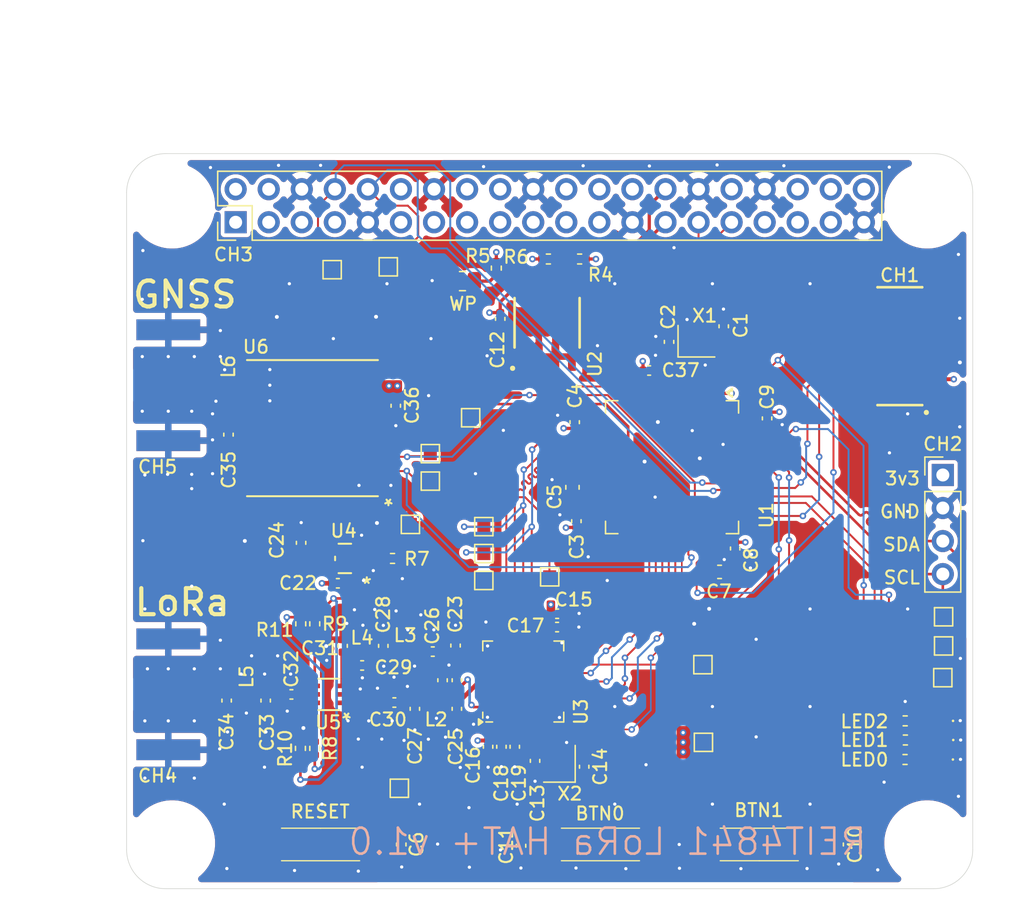
<source format=kicad_pcb>
(kicad_pcb (version 20241229) (generator "pcbnew") (generator_version "9.0")
  (layers (0 "F.Cu" signal) (4 "In1.Cu" power) (6 "In2.Cu" power) (2 "B.Cu" signal) (13 "F.Paste" user) (15 "B.Paste" user) (5 "F.SilkS" user "F.Silkscreen") (7 "B.SilkS" user "B.Silkscreen") (1 "F.Mask" user) (3 "B.Mask" user) (25 "Edge.Cuts" user))
  (net 0 "")
  (net 1 "/GPIO_RPI_OUT")
  (net 2 "/UART5_RX")
  (net 3 "/UART5_TX")
  (net 4 "GND")
  (net 5 "/GPIO_RPI_IN")
  (net 6 "Net-(C28-Pad2)")
  (net 7 "+3V3")
  (net 9 "/NRST")
  (net 10 "/OSC_IN")
  (net 11 "/OSC_OUT")
  (net 12 "/GPIO_BTN2")
  (net 13 "/GPIO_BTN1")
  (net 14 "/GNSS/GNSS_VCC_RF")
  (net 15 "/I2C1_SCL")
  (net 16 "/I2C1_SDA")
  (net 17 "/DBG_SWDIO")
  (net 18 "Net-(D1-A)")
  (net 19 "Net-(D2-A)")
  (net 20 "Net-(D3-A)")
  (net 21 "/LoRa/RF_J3_PI")
  (net 22 "/GPIO_LED1")
  (net 23 "/GPIO_LED2")
  (net 25 "/SX_DIO3")
  (net 28 "/UART4_TX")
  (net 31 "/GPIO_LED0")
  (net 32 "/SPI1_MISO")
  (net 35 "/DBG_SWCLK")
  (net 36 "/DBG_SWO")
  (net 38 "/GPIO_GNSS_RST")
  (net 42 "/SX_DIO0")
  (net 43 "/SX_DIO2")
  (net 46 "/SPI1_MOSI")
  (net 49 "/SPI1_NSS")
  (net 50 "/UART4_RX")
  (net 53 "/SX_DIO1")
  (net 55 "/GPIO_PPS")
  (net 56 "/SX_RST")
  (net 57 "/SPI1_SCK")
  (net 58 "/SX_DIO4")
  (net 65 "/LoRa/~{RXTX}")
  (net 66 "/LoRa/RXTX")
  (net 67 "/LoRa/PWR_SX_DC1")
  (net 68 "/LoRa/PWR_SX_DC2")
  (net 69 "/LoRa/SIG_SX_XIA")
  (net 70 "/LoRa/SIG_SX_XIB")
  (net 71 "/LoRa/PWR_VRPA_SX")
  (net 72 "/LoRa/RF_O_SX")
  (net 73 "/LoRa/RF_O_AC")
  (net 74 "/LoRa/RF_I_SX")
  (net 75 "/LoRa/RF_I_PI")
  (net 76 "/LoRa/RF_J1")
  (net 77 "/LoRa/RF_ANT")
  (net 78 "/PWR_VAP2")
  (net 79 "/PWR_VAP1")
  (net 80 "/RPi/SIG_WP")
  (net 81 "/RPi/I2C_ID_SCL")
  (net 82 "/RPi/I2C_ID_SDA")
  (net 83 "/LoRa/SIG_RXTX_SX")
  (net 84 "/LoRa/CTRL_V1")
  (net 85 "/LoRa/CTRL_V2")
  (net 86 "/GNSS/RF_GNSS_ANT")
  (net 113 "/SX_DIO5")
  (net 122 "/LoRa/RF_O_J2")
  (net 123 "/LoRa/RF_I_J3")
  (footprint "TestPoint:TestPoint_Pad_1.0x1.0mm" (layer "F.Cu") (at 111.43 70.3)
    (property "Reference" "TP9" (hide yes))
    (property "Value" "PPS")
  )
  (footprint "Resistor_SMD:R_0402_1005Metric" (layer "F.Cu") (at 99.4525 86.14 90)
    (property "Reference" "R9")
    (property "Value" "0")
  )
  (footprint "TestPoint:TestPoint_Pad_1.0x1.0mm" (layer "F.Cu") (at 112.44 80.74)
    (property "Reference" "TP3" (hide yes))
    (property "Value" "SCK")
  )
  (footprint "project_lib:LINX_CONSMA020.062-G" (layer "F.Cu") (at 85.75 91.56 -90)
    (property "Reference" "CH4")
    (property "Value" "CONSMA020.062-G")
  )
  (footprint "Resistor_SMD:R_0402_1005Metric" (layer "F.Cu") (at 99.4525 95.715 -90)
    (property "Reference" "R8")
    (property "Value" "0")
  )
  (footprint "Capacitor_SMD:C_0402_1005Metric" (layer "F.Cu") (at 112.7675 95.59 -90)
    (property "Reference" "C16")
    (property "Value" "100n")
  )
  (footprint "TestPoint:TestPoint_Pad_1.0x1.0mm" (layer "F.Cu") (at 117.5 82.53 90)
    (property "Reference" "TP1" (hide yes))
    (property "Value" "MOSI")
  )
  (footprint "project_lib:PTS636SM43SMTR" (layer "F.Cu") (at 99.9 103.1)
    (property "Reference" "SW1" (hide yes))
    (property "Value" "RESET")
  )
  (footprint "project_lib:SOIC127P600X175-8N" (layer "F.Cu") (at 117.3 63 90)
    (property "Reference" "U2")
    (property "Value" "CAT24C32WI-GT3")
  )
  (footprint "Capacitor_SMD:C_0402_1005Metric" (layer "F.Cu") (at 97.6575 91.565 180)
    (property "Reference" "C32")
    (property "Value" "47p")
  )
  (footprint "Resistor_SMD:R_0402_1005Metric" (layer "F.Cu") (at 144.81 93.6)
    (property "Reference" "R3" (hide yes))
    (property "Value" "470")
  )
  (footprint "anchor_node_library:RPi_mounting_holes" (layer "F.Cu") (at 146.5 103)
    (property "Reference" "H4" (hide yes))
    (property "Value" "MountingHole")
  )
  (footprint "project_lib:SAMTEC_FTSH-107-01-L-DV-A-TR" (layer "F.Cu") (at 144.4 64.8 90)
    (property "Reference" "CH1")
    (property "Value" "Conn_ST_STDC14")
  )
  (footprint "Capacitor_SMD:C_0402_1005Metric" (layer "F.Cu") (at 139.7 103.1 90)
    (property "Reference" "C10")
    (property "Value" "100n")
  )
  (footprint "TestPoint:TestPoint_Pad_1.0x1.0mm" (layer "F.Cu") (at 100.79 58.92 90)
    (property "Reference" "TP7" (hide yes))
    (property "Value" "RPI TX")
  )
  (footprint "Capacitor_SMD:C_0402_1005Metric" (layer "F.Cu") (at 105.675 69.38 -90)
    (property "Reference" "C36")
    (property "Value" "10n")
  )
  (footprint "Resistor_SMD:R_0402_1005Metric" (layer "F.Cu") (at 119.8 58.1 180)
    (property "Reference" "R4")
    (property "Value" "3k9")
  )
  (footprint "Capacitor_SMD:C_0402_1005Metric" (layer "F.Cu") (at 114.8175 95.59 -90)
    (property "Reference" "C19")
    (property "Value" "100n")
  )
  (footprint "Capacitor_SMD:C_0402_1005Metric" (layer "F.Cu") (at 118.0675 86.39)
    (property "Reference" "C17")
    (property "Value" "100n")
  )
  (footprint "TestPoint:TestPoint_Pad_1.0x1.0mm" (layer "F.Cu") (at 112.44 78.67)
    (property "Reference" "TP2" (hide yes))
    (property "Value" "MISO")
  )
  (footprint "Capacitor_SMD:C_0402_1005Metric" (layer "F.Cu") (at 98.4025 79.915 90)
    (property "Reference" "C24")
    (property "Value" "1n")
  )
  (footprint "LED_SMD:LED_0402_1005Metric" (layer "F.Cu") (at 147.385 96.57 180)
    (property "Reference" "D1" (hide yes))
    (property "Value" "LED0")
  )
  (footprint "Capacitor_SMD:C_0402_1005Metric" (layer "F.Cu") (at 107.1425 92.675 -90)
    (property "Reference" "C27")
    (property "Value" "3p3")
  )
  (footprint "Resistor_SMD:R_0402_1005Metric" (layer "F.Cu") (at 117.4 58.1)
    (property "Reference" "R6")
    (property "Value" "3k9")
  )
  (footprint "Capacitor_SMD:C_0402_1005Metric" (layer "F.Cu") (at 113.7 62.7 -90)
    (property "Reference" "C12")
    (property "Value" "100n")
  )
  (footprint "Capacitor_SMD:C_0402_1005Metric" (layer "F.Cu") (at 115.3 103.2 90)
    (property "Reference" "C11")
    (property "Value" "100n")
  )
  (footprint "Capacitor_SMD:C_0402_1005Metric" (layer "F.Cu") (at 130.87 63.27 -90)
    (property "Reference" "C1")
    (property "Value" "15p")
  )
  (footprint "LED_SMD:LED_0402_1005Metric" (layer "F.Cu") (at 147.41 95.07 180)
    (property "Reference" "D2" (hide yes))
    (property "Value" "LED1")
  )
  (footprint "Capacitor_SMD:C_0402_1005Metric" (layer "F.Cu") (at 105.5675 92.19 180)
    (property "Reference" "C30")
    (property "Value" "47p")
  )
  (footprint "Package_DFN_QFN:QFN-28-1EP_6x6mm_P0.65mm_EP4.8x4.8mm" (layer "F.Cu") (at 115.4693 90.575 90)
    (property "Reference" "U3")
    (property "Value" "SX1272")
  )
  (footprint "Resistor_SMD:R_0402_1005Metric" (layer "F.Cu") (at 105.4275 81.115 180)
    (property "Reference" "R7")
    (property "Value" "100")
  )
  (footprint "Resistor_SMD:R_0402_1005Metric" (layer "F.Cu") (at 98.3525 95.715 -90)
    (property "Reference" "R10")
    (property "Value" "0")
  )
  (footprint "Resistor_SMD:R_0402_1005Metric" (layer "F.Cu") (at 113.4 58.8 -90)
    (property "Reference" "R5")
    (property "Value" "1k")
  )
  (footprint "anchor_node_library:RPi_mounting_holes" (layer "F.Cu") (at 146.5 54)
    (property "Reference" "H2" (hide yes))
    (property "Value" "MountingHole")
  )
  (footprint "TestPoint:TestPoint_Pad_1.0x1.0mm" (layer "F.Cu") (at 105.1 58.7 90)
    (property "Reference" "TP8" (hide yes))
    (property "Value" "RPI RX")
  )
  (footprint "project_lib:PTS636SM43SMTR" (layer "F.Cu") (at 121.4 103.1)
    (property "Reference" "SW3" (hide yes))
    (property "Value" "BTN1")
  )
  (footprint "TestPoint:TestPoint_Pad_1.0x1.0mm" (layer "F.Cu") (at 147.76 87.84)
    (property "Reference" "TP12" (hide yes))
    (property "Value" "SDA")
  )
  (footprint "Capacitor_SMD:C_0402_1005Metric" (layer "F.Cu") (at 92.6825 92.04 90)
    (property "Reference" "C34")
    (property "Value" "DNP")
  )
  (footprint "Capacitor_SMD:C_0402_1005Metric" (layer "F.Cu") (at 113.7925 95.59 -90)
    (property "Reference" "C18")
    (property "Value" "100n")
  )
  (footprint "Inductor_SMD:L_0402_1005Metric" (layer "F.Cu") (at 108.1693 90.475 90)
    (property "Reference" "L1" (hide yes))
    (property "Value" "33n")
  )
  (footprint "TestPoint:TestPoint_Pad_1.0x1.0mm" (layer "F.Cu") (at 108.33 75.17 180)
    (property "Reference" "TP5" (hide yes))
    (property "Value" "GNSS TX")
  )
  (footprint "Capacitor_SMD:C_0603_1608Metric" (layer "F.Cu") (at 119.25 75.65 90)
    (property "Reference" "C5")
    (property "Value" "2u2")
  )
  (footprint "Capacitor_SMD:C_0402_1005Metric" (layer "F.Cu") (at 109.2693 90.475 90)
    (property "Reference" "C21" (hide yes))
    (property "Value" "10n")
  )
  (footprint "TestPoint:TestPoint_Pad_1.0x1.0mm" (layer "F.Cu") (at 147.7 90.28)
    (property "Reference" "TP14" (hide yes))
    (property "Value" "GND")
  )
  (footprint "Connector_PinHeader_2.54mm:PinHeader_1x04_P2.54mm_Vertical" (layer "F.Cu") (at 147.7 74.7)
    (property "Reference" "CH2")
    (property "Value" "Conn_01x04_Pin")
  )
  (footprint "anchor_node_library:RPi_mounting_holes" (layer "F.Cu") (at 88.5 54)
    (property "Reference" "H1" (hide yes))
    (property "Value" "MountingHole")
  )
  (footprint "project_lib:PTS636SM43SMTR" (layer "F.Cu") (at 133.6 103.1 180)
    (property "Reference" "SW2" (hide yes))
    (property "Value" "BTN2")
  )
  (footprint "Resistor_SMD:R_0805_2012Metric" (layer "F.Cu") (at 110.8 59.8)
    (property "Reference" "JP1" (hide yes))
    (property "Value" "WP")
  )
  (footprint "Capacitor_SMD:C_0402_1005Metric" (layer "F.Cu") (at 108.5193 88.275 180)
    (property "Reference" "C26")
    (property "Value" "33p")
  )
  (footprint "Inductor_SMD:L_0402_1005Metric" (layer "F.Cu") (at 108.7343 92.19 180)
    (property "Reference" "L2")
    (property "Value" "10n")
  )
  (footprint "Capacitor_SMD:C_0402_1005Metric" (layer "F.Cu") (at 110.3675 92.675 -90)
    (property "Reference" "C25")
    (property "Value" "3p3")
  )
  (footprint "Resistor_SMD:R_0402_1005Metric" (layer "F.Cu") (at 144.825 95.07)
    (property "Reference" "R2" (hide yes))
    (property "Value" "470")
  )
  (footprint "TestPoint:TestPoint_Pad_1.0x1.0mm" (layer "F.Cu") (at 106.8 78.5)
    (property "Reference" "TP13" (hide yes))
    (property "Value" "GND")
  )
  (footprint "Capacitor_SMD:C_0402_1005Metric" (layer "F.Cu") (at 95.6825 92.04 90)
    (property "Reference" "C33")
    (property "Value" "DNP")
  )
  (footprint "project_lib:SC-88A-5_1P35X2P2_ONS" (layer "F.Cu") (at 101.7643 81.115 180)
    (property "Reference" "U4")
    (property "Value" "NC7SZ04P5X")
  )
  (footprint "project_lib:LINX_CONSMA020.062-G" (layer "F.Cu") (at 85.75 67.8 -90)
    (property "Reference" "CH5")
    (property "Value" "CONSMA020.062-G")
  )
  (footprint "TestPoint:TestPoint_Pad_1.0x1.0mm" (layer "F.Cu") (at 112.44 82.81)
    (property "Reference" "TP4" (hide yes))
    (property "Value" "NSS")
  )
  (footprint "Package_QFP:LQFP-64_10x10mm_P0.5mm" (layer "F.Cu") (at 126.9 74.1 -90)
    (property "Reference" "U1")
    (property "Value" "STM32H7B0RBTx")
  )
  (footprint "TestPoint:TestPoint_Pad_1.0x1.0mm" (layer "F.Cu") (at 105.95 98.78)
    (property "Reference" "TP15" (hide yes))
    (property "Value" "GND")
  )
  (footprint "Capacitor_SMD:C_0402_1005Metric" (layer "F.Cu") (at 106.1 103.1 -90)
    (property "Reference" "C6")
    (property "Value" "100n")
  )
  (footprint "project_lib:SC-70-6_PSM" (layer "F.Cu") (at 100.5257 91.564999 180)
    (property "Reference" "U5")
    (property "Value" "AS222-92LF")
  )
  (footprint "Capacitor_SMD:C_0402_1005Metric" (layer "F.Cu") (at 126.67 64.47 90)
    (property "Reference" "C2")
    (property "Value" "15p")
  )
  (footprint "Capacitor_SMD:C_0402_1005Metric" (layer "F.Cu") (at 110.3693 90.475 90)
    (property "Reference" "C20" (hide yes))
    (property "Value" "47p")
  )
  (footprint "Connector_PinHeader_2.54mm:PinHeader_2x20_P2.54mm_Vertical" (layer "F.Cu") (at 93.375 55.275 90)
    (property "Reference" "CH3")
    (property "Value" "Conn_02x20_Odd_Even")
  )
  (footprint "TestPoint:TestPoint_Pad_1.0x1.0mm" (layer "F.Cu") (at 147.76 85.6)
    (property "Reference" "TP11" (hide yes))
    (property "Value" "SCL")
  )
  (footprint "Capacitor_SMD:C_0402_1005Metric" (layer "F.Cu") (at 101.2275 83.025)
    (property "Reference" "C22")
    (property "Value" "100n")
  )
  (footprint "Capacitor_SMD:C_0402_1005Metric" (layer "F.Cu") (at 116.375 96.675 -90)
    (property "Reference" "C13")
    (property "Value" "15p")
  )
  (footprint "anchor_node_library:RPi_mounting_holes" (layer "F.Cu") (at 88.5 103)
    (property "Reference" "H3" (hide yes))
    (property "Value" "MountingHole")
  )
  (footprint "Inductor_SMD:L_0402_1005Metric" (layer "F.Cu") (at 92.875 68.285 -90)
    (property "Reference" "L6")
    (property "Value" "27n")
  )
  (footprint "Inductor_SMD:L_0402_1005Metric" (layer "F.Cu") (at 94.1825 91.56 180)
    (property "Reference" "L5")
    (property "Value" "0R")
  )
  (footprint "TestPoint:TestPoint_Pad_1.0x1.0mm" (layer "F.Cu") (at 108.33 73.06 180)
    (property "Reference" "TP6" (hide yes))
    (property "Value" "GNSS RX")
  )
  (footprint "TestPoint:TestPoint_Pad_1.0x1.0mm" (layer "F.Cu") (at 129.31 95.25)
    (property "Reference" "TP16" (hide yes))
    (property "Value" "3v3")
  )
  (footprint "LED_SMD:LED_0402_1005Metric" (layer "F.Cu") (at 147.395 93.6 180)
    (property "Reference" "D3" (hide yes))
    (property "Value" "LED2")
  )
  (footprint "Capacitor_SMD:C_0402_1005Metric" (layer "F.Cu") (at 134.2 70.35 -90)
    (property "Reference" "C9")
    (property "Value" "100n")
  )
  (footprint "Capacitor_SMD:C_0402_1005Metric" (layer "F.Cu") (at 131.75 80.35 -90)
    (property "Reference" "C8")
    (property "Value" "100n")
  )
  (footprint "Capacitor_SMD:C_0402_1005Metric" (layer "F.Cu") (at 118.0725 85.365)
    (property "Reference" "C15")
    (property "Value" "1u")
  )
  (footprint "Capacitor_SMD:C_0402_1005Metric" (layer "F.Cu") (at 103.0925 89.34 180)
    (property "Reference" "C29")
    (property "Value" "1p2")
  )
  (footprint "Capacitor_SMD:C_0402_1005Metric" (layer "F.Cu") (at 101.5925 87.835 -90)
    (property "Reference" "C31")
    (property "Value" "1p8")
  )
  (footprint "Capacitor_SMD:C_0402_1005Metric" (layer "F.Cu") (at 92.825 71.6 -90)
    (property "Reference" "C35")
    (property "Value" "56p")
  )
  (footprint "Capacitor_SMD:C_0402_1005Metric" (layer "F.Cu") (at 119.42 70.64 90)
    (property "Reference" "C4")
    (property "Value" "100n")
  )
  (footprint "Inductor_SMD:L_0402_1005Metric" (layer "F.Cu") (at 106.3393 88.315 180)
    (property "Reference" "L3")
    (property "Value" "10n")
  )
  (footprint "Capacitor_SMD:C_0402_1005Metric" (layer "F.Cu") (at 119.55 78.25 90)
    (property "Reference" "C3")
    (property "Value" "100n")
  )
  (footprint "project_lib:LIV3FL_STM" (layer "F.Cu") (at 99.275 71.1 180)
    (property "Reference" "U6")
    (property "Value" "Teseo-LIV3FL")
  )
  (footprint "Capacitor_SMD:C_0402_1005Metric" (layer "F.Cu") (at 120.15 97.125 90)
    (property "Reference" "C14")
    (property "Value" "15p")
  )
  (footprint "Capacitor_SMD:C_0402_1005Metric" (layer "F.Cu") (at 104.7175 87.835 -90)
    (property "Reference" "C28")
    (property "Value" "4p7")
  )
  (footprint "Capacitor_SMD:C_0402_1005Metric" (layer "F.Cu") (at 110.2675 87.81 90)
    (property "Reference" "C23")
    (property "Value" "1p5")
  )
  (footprint "Inductor_SMD:L_0402_1005Metric" (layer "F.Cu") (at 103.0975 88.315 180)
    (property "Reference" "L4")
    (property "Value" "6n2")
  )
  (footprint "Resistor_SMD:R_0402_1005Metric" (layer "F.Cu") (at 98.3775 86.14 90)
    (property "Reference" "R11")
    (property "Value" "0")
  )
  (footprint "TestPoint:TestPoint_Pad_1.0x1.0mm" (layer "F.Cu") (at 129.27 89.28)
    (property "Reference" "TP10" (hide yes))
    (property "Value" "DIO4")
  )
  (footprint "Crystal:Crystal_SMD_2016-4Pin_2.0x1.6mm" (layer "F.Cu") (at 118.25 96.9 90)
    (property "Reference" "X2")
    (property "Value" "32MHz")
  )
  (footprint "Capacitor_SMD:C_0402_1005Metric" (layer "F.Cu") (at 125.14 66.67)
    (property "Reference" "C37")
    (property "Value" "100n")
  )
  (footprint "Capacitor_SMD:C_0603_1608Metric" (layer "F.Cu") (at 130.55 82.15)
    (property "Reference" "C7")
    (property "Value" "2u2")
  )
  (footprint "Resistor_SMD:R_0402_1005Metric" (layer "F.Cu") (at 144.8 96.57)
    (property "Reference" "R1" (hide yes))
    (property "Value" "470")
  )
  (footprint "Crystal:Crystal_SMD_2016-4Pin_2.0x1.6mm" (layer "F.Cu") (at 128.77 64.42)
    (property "Reference" "X1")
    (property "Value" "25MHz")
  )
  (gr_arc (start 88 106.5) (mid 85.87868 105.62132) (end 85 103.5) (stroke (width 0.05)) (layer "Edge.Cuts"))
  (gr_arc (start 85 53) (mid 85.87868 50.87868) (end 88 50) (stroke (width 0.05)) (layer "Edge.Cuts"))
  (gr_arc (start 150 103.5) (mid 149.12132 105.62132) (end 147 106.5) (stroke (width 0.05)) (layer "Edge.Cuts"))
  (gr_line (start 88 106.5) (end 147 106.5) (stroke (width 0.05)) (layer "Edge.Cuts"))
  (gr_line (start 150 53) (end 150 103.5) (stroke (width 0.05)) (layer "Edge.Cuts"))
  (gr_line (start 88 50) (end 147 50) (stroke (width 0.05)) (layer "Edge.Cuts"))
  (gr_arc (start 147 50) (mid 149.12132 50.87868) (end 150 53) (stroke (width 0.05)) (layer "Edge.Cuts"))
  (gr_line (start 85 53) (end 85 103.5) (stroke (width 0.05)) (layer "Edge.Cuts"))
  (gr_text "GND" (at 142.78 78.1 0) (layer "F.SilkS") (effects (font (size 1 1) (thickness 0.16)) (justify left bottom)))
  (gr_text "RESET" (at 97.498095 101.16 0) (layer "F.SilkS") (effects (font (size 1 1) (thickness 0.16)) (justify left bottom)))
  (gr_text "BTN1" (at 131.579048 101.05 0) (layer "F.SilkS") (effects (font (size 1 1) (thickness 0.16)) (justify left bottom)))
  (gr_text "GNSS" (at 85.31 62.01 0) (layer "F.SilkS") (effects (font (size 2 2) (thickness 0.32)) (justify left bottom)))
  (gr_text "SCL" (at 143.065714 83.17 0) (layer "F.SilkS") (effects (font (size 1 1) (thickness 0.16)) (justify left bottom)))
  (gr_text "WP" (at 109.68 62.13 0) (layer "F.SilkS") (effects (font (size 1 1) (thickness 0.16)) (justify left bottom)))
  (gr_text "LED2" (at 139.74 94.23 0) (layer "F.SilkS") (effects (font (size 1 1) (thickness 0.16)) (justify left bottom)))
  (gr_text "SDA" (at 143.018095 80.64 0) (layer "F.SilkS") (effects (font (size 1 1) (thickness 0.16)) (justify left bottom)))
  (gr_text "LED0" (at 139.74 97.17 0) (layer "F.SilkS") (effects (font (size 1 1) (thickness 0.16)) (justify left bottom)))
  (gr_text "LED1" (at 139.74 95.66 0) (layer "F.SilkS") (effects (font (size 1 1) (thickness 0.16)) (justify left bottom)))
  (gr_text "LoRa" (at 85.44 85.66 0) (layer "F.SilkS") (effects (font (size 2 2) (thickness 0.32)) (justify left bottom)))
  (gr_text "3v3" (at 143.160952 75.56 0) (layer "F.SilkS") (effects (font (size 1 1) (thickness 0.16)) (justify left bottom)))
  (gr_text "BTN0" (at 119.379048 101.31 0) (layer "F.SilkS") (effects (font (size 1 1) (thickness 0.16)) (justify left bottom)))
  (gr_text "REIT4841 LoRa HAT+ v1.0" (at 141.97 104.06 0) (layer "B.SilkS") (effects (font (size 2 2) (thickness 0.2)) (justify left bottom mirror)))
  (segment (start 122.879 66.71) (end 122.879 63.374611) (width 0.15) (layer "F.Cu") (net 1))
  (segment (start 123.65 68.425) (end 123.65 67.650001) (width 0.15) (layer "F.Cu") (net 1))
  (segment (start 122.879 66.879001) (end 122.879 66.71) (width 0.15) (layer "F.Cu") (net 1))
  (segment (start 123.65 67.650001) (end 122.879 66.879001) (width 0.15) (layer "F.Cu") (net 1))
  (segment (start 122.879 63.374611) (end 128.935 57.318612) (width 0.15) (layer "F.Cu") (net 1))
  (segment (start 128.935 57.318612) (end 128.935 55.275) (width 0.15) (layer "F.Cu") (net 1))
  (segment (start 132.575 75.35) (end 129.28971 75.35) (width 0.15) (layer "F.Cu") (net 2))
  (segment (start 99.7 57.83) (end 100.79 58.92) (width 0.15) (layer "F.Cu") (net 2))
  (segment (start 99.7 54.03) (end 99.7 57.83) (width 0.15) (layer "F.Cu") (net 2))
  (segment (start 129.28971 75.35) (end 129.225 75.28529) (width 0.15) (layer "F.Cu") (net 2))
  (segment (start 100.995 52.735) (end 99.7 54.03) (width 0.15) (layer "F.Cu") (net 2))
  (via (at 129.225 75.28529) (size 0.5) (drill 0.25) (layers "F.Cu" "B.Cu") (net 2))
  (segment (start 128.28529 75.28529) (end 109.86 56.86) (width 0.15) (layer "B.Cu") (net 2))
  (segment (start 101.7 50.9) (end 101.06 51.54) (width 0.15) (layer "B.Cu") (net 2))
  (segment (start 101.06 52.67) (end 100.995 52.735) (width 0.15) (layer "B.Cu") (net 2))
  (segment (start 109.86 56.86) (end 109.86 52.12) (width 0.15) (layer "B.Cu") (net 2))
  (segment (start 129.225 75.28529) (end 128.28529 75.28529) (width 0.15) (layer "B.Cu") (net 2))
  (segment (start 108.64 50.9) (end 101.7 50.9) (width 0.15) (layer "B.Cu") (net 2))
  (segment (start 101.06 51.54) (end 101.06 52.67) (width 0.15) (layer "B.Cu") (net 2))
  (segment (start 109.86 52.12) (end 108.64 50.9) (width 0.15) (layer "B.Cu") (net 2))
  (segment (start 107.4 54.8) (end 107.4 56.4) (width 0.15) (layer "F.Cu") (net 3))
  (segment (start 107.4 56.4) (end 105.1 58.7) (width 0.15) (layer "F.Cu") (net 3))
  (segment (start 132.575 75.85) (end 130.145 75.85) (width 0.15) (layer "F.Cu") (net 3))
  (segment (start 104.8 54) (end 106.6 54) (width 0.15) (layer "F.Cu") (net 3))
  (segment (start 103.535 52.735) (end 104.8 54) (width 0.15) (layer "F.Cu") (net 3))
  (segment (start 106.6 54) (end 107.4 54.8) (width 0.15) (layer "F.Cu") (net 3))
  (segment (start 130.145 75.85) (end 130.07 75.925) (width 0.15) (layer "F.Cu") (net 3))
  (via (at 130.07 75.925) (size 0.5) (drill 0.25) (layers "F.Cu" "B.Cu") (net 3))
  (segment (start 128.245 75.925) (end 130.07 75.925) (width 0.15) (layer "B.Cu") (net 3))
  (segment (start 107.36 56.27) (end 108.378194 57.288194) (width 0.15) (layer "B.Cu") (net 3))
  (segment (start 105.049 51.251) (end 103.565 52.735) (width 0.15) (layer "B.Cu") (net 3))
  (segment (start 107.36 55.74) (end 107.36 56.27) (width 0.15) (layer "B.Cu") (net 3))
  (segment (start 107.36 55.74) (end 107.36 52.06) (width 0.15) (layer "B.Cu") (net 3))
  (segment (start 106.551 51.251) (end 105.049 51.251) (width 0.15) (layer "B.Cu") (net 3))
  (segment (start 107.36 52.06) (end 106.551 51.251) (width 0.15) (layer "B.Cu") (net 3))
  (segment (start 108.378194 57.288194) (end 109.608194 57.288194) (width 0.15) (layer "B.Cu") (net 3))
  (segment (start 109.608194 57.288194) (end 128.245 75.925) (width 0.15) (layer "B.Cu") (net 3))
  (segment (start 103.565 52.735) (end 103.535 52.735) (width 0.15) (layer "B.Cu") (net 3))
  (segment (start 114.8193 91.225) (end 115.4693 90.575) (width 0.2) (layer "F.Cu") (net 4))
  (segment (start 115.4693 90.575) (end 115.4693 90.5807) (width 0.2) (layer "F.Cu") (net 4))
  (segment (start 125.63 67.07) (end 125.15 67.55) (width 0.25) (layer "F.Cu") (net 4))
  (segment (start 130.15 80.65) (end 130.15 79.775) (width 0.25) (layer "F.Cu") (net 4))
  (segment (start 128.07 62.77) (end 128.05 62.75) (width 0.25) (layer "F.Cu") (net 4))
  (segment (start 116.75 97.15) (end 116.38 97.15) (width 0.25) (layer "F.Cu") (net 4))
  (segment (start 125.63 65.5) (end 125.63 67.07) (width 0.25) (layer "F.Cu") (net 4))
  (segment (start 118.825 96.225) (end 118.8 96.2) (width 0.25) (layer "F.Cu") (net 4))
  (segment (start 119.97 77.35) (end 119.55 77.77) (width 0.25) (layer "F.Cu") (net 4))
  (segment (start 129.45 66.25) (end 129.47 66.23) (width 0.25) (layer "F.Cu") (net 4))
  (segment (start 101.91 86.11) (end 101.81 86.21) (width 0.25) (layer "F.Cu") (net 4))
  (segment (start 128.07 63.87) (end 127.97 63.97) (width 0.25) (layer "F.Cu") (net 4))
  (segment (start 125.71 63.99) (end 125.65 64.05) (width 0.25) (layer "F.Cu") (net 4))
  (segment (start 102.803249 79.576751) (end 103.05 79.33) (width 0.3) (layer "F.Cu") (net 4))
  (segment (start 102.905 83.025) (end 101.7075 83.025) (width 0.3493) (layer "F.Cu") (net 4))
  (segment (start 117.2 97.6) (end 116.75 97.15) (width 0.25) (layer "F.Cu") (net 4))
  (segment (start 127.97 63.97) (end 126.69 63.97) (width 0.25) (layer "F.Cu") (net 4))
  (segment (start 116.7693 87.5875) (end 116.7693 89.275) (width 0.3) (layer "F.Cu") (net 4))
  (segment (start 118.44 87.6043) (end 118.44 87.6) (width 0.2) (layer "F.Cu") (net 4))
  (segment (start 128.07 63.87) (end 128.07 62.77) (width 0.25) (layer "F.Cu") (net 4))
  (segment (start 130.7 81.2) (end 130.15 80.65) (width 0.25) (layer "F.Cu") (net 4))
  (segment (start 120.35 70.85) (end 119.66 70.16) (width 0.25) (layer "F.Cu") (net 4))
  (segment (start 129.47 66.23) (end 129.47 64.97) (width 0.25) (layer "F.Cu") (net 4))
  (segment (start 101.675 86.21) (end 101.5925 86.2925) (width 0.25) (layer "F.Cu") (net 4))
  (segment (start 103.2 82.81) (end 103.12 82.81) (width 0.3493) (layer "F.Cu") (net 4))
  (segment (start 102.107498 80.465001) (end 101.7075 80.864999) (width 0.3) (layer "F.Cu") (net 4))
  (segment (start 130.91 81.2) (end 130.7 81.2) (width 0.25) (layer "F.Cu") (net 4))
  (segment (start 112.4818 91.225) (end 114.8193 91.225) (width 0.3) (layer "F.Cu") (net 4))
  (segment (start 130.87 61.97) (end 130.85 61.95) (width 0.25) (layer "F.Cu") (net 4))
  (segment (start 103.12 82.81) (end 102.905 83.025) (width 0.3493) (layer "F.Cu") (net 4))
  (segment (start 119.73 96.225) (end 118.825 96.225) (width 0.25) (layer "F.Cu") (net 4))
  (segment (start 107.1425 93.155) (end 107.1425 94.3) (width 0.25) (layer "F.Cu") (net 4))
  (segment (start 118.24 93.34) (end 115.475 90.575) (width 0.2) (layer "F.Cu") (net 4))
  (segment (start 121.225 77.35) (end 119.97 77.35) (width 0.25) (layer "F.Cu") (net 4))
  (segment (start 110.3675 94.2875) (end 110.37 94.29) (width 0.25) (layer "F.Cu") (net 4))
  (segment (start 130.87 62.79) (end 130.87 61.97) (width 0.25) (layer "F.Cu") (net 4))
  (segment (start 104.7175 87.355) (end 104.7175 86.2625) (width 0.25) (layer "F.Cu") (net 4))
  (segment (start 87.8275 72.05) (end 87.8175 72.06) (width 0.4) (layer "F.Cu") (net 4))
  (segment (start 113.5193 88.625) (end 115.4693 90.575) (width 0.3) (layer "F.Cu") (net 4))
  (segment (start 120.15 96.645) (end 119.73 96.225) (width 0.25) (layer "F.Cu") (net 4))
  (segment (start 118.8 96.15) (end 118.7 96.05) (width 0.25) (layer "F.Cu") (net 4))
  (segment (start 102.803249 80.465001) (end 102.803249 79.576751) (width 0.3) (layer "F.Cu") (net 4))
  (segment (start 130.82 72.35) (end 132.575 72.35) (width 0.2) (layer "F.Cu") (net 4))
  (segment (start 116.375 97.155) (end 116.375 98.24) (width 0.25) (layer "F.Cu") (net 4))
  (segment (start 102.535001 91.564999) (end 101.5925 91.564999) (width 0.25) (layer "F.Cu") (net 4))
  (segment (start 116.38 97.15) (end 116.375 97.155) (width 0.25) (layer "F.Cu") (net 4))
  (segment (start 104.7175 86.2625) (end 104.72 86.26) (width 0.25) (layer "F.Cu") (net 4))
  (segment (start 101.5925 86.2925) (end 101.5925 87.355) (width 0.25) (layer "F.Cu") (net 4))
  (segment (start 116.7693 89.275) (end 115.47215 90.57215) (width 0.3) (layer "F.Cu") (net 4))
  (segment (start 134.18 70.85) (end 134.2 70.83) (width 0.25) (layer "F.Cu") (net 4))
  (segment (start 118.25 93.34) (end 118.24 93.34) (width 0.2) (layer "F.Cu") (net 4))
  (segment (start 101.7075 80.864999) (end 101.7075 83.025) (width 0.3) (layer "F.Cu") (net 4))
  (segment (start 126.69 63.97) (end 126.67 63.99) (width 0.25) (layer "F.Cu") (net 4))
  (segment (start 132.575 70.85) (end 134.18 70.85) (width 0.25) (layer "F.Cu") (net 4))
  (segment (start 102.95 91.15) (end 102.535001 91.564999) (width 0.25) (layer "F.Cu") (net 4))
  (segment (start 110.3675 93.155) (end 110.3675 94.2875) (width 0.25) (layer "F.Cu") (net 4))
  (segment (start 112.7675 97.1575) (end 112.77 97.16) (width 0.3) (layer "F.Cu") (net 4))
  (segment (start 115.475 90.575) (end 115.4693 90.575) (width 0.2) (layer "F.Cu") (net 4))
  (segment (start 87.8275 63.55) (end 87.8175 63.54) (width 0.4) (layer "F.Cu") (net 4))
  (segment (start 104.189549 75.500001) (end 105.3 75.5) (width 0.3) (layer "F.Cu") (net 4))
  (segment (start 115.47215 90.57215) (end 115.4693 90.575) (width 0.3) (layer "F.Cu") (net 4))
  (segment (start 118.8 95.26) (end 118.8 96.2) (width 0.25) (layer "F.Cu") (net 4))
  (segment (start 101.81 86.21) (end 101.675 86.21) (width 0.25) (layer "F.Cu") (net 4))
  (segment (start 135.36 70.83) (end 134.2 70.83) (width 0.25) (layer "F.Cu") (net 4))
  (segment (start 126.67 63.99) (end 125.71 63.99) (width 0.25) (layer "F.Cu") (net 4))
  (segment (start 119.66 70.16) (end 119.42 70.16) (width 0.25) (layer "F.Cu") (net 4))
  (segment (start 112.72215 93.32215) (end 115.4693 90.575) (width 0.2) (layer "F.Cu") (net 4))
  (segment (start 110.2675 87.33) (end 110.2675 86.25) (width 0.25) (layer "F.Cu") (net 4))
  (segment (start 121.225 70.85) (end 120.35 70.85) (width 0.25) (layer "F.Cu") (net 4))
  (segment (start 102.803249 80.465001) (end 102.107498 80.465001) (width 0.3) (layer "F.Cu") (net 4))
  (segment (start 118.8 96.2) (end 118.8 96.15) (width 0.25) (layer "F.Cu") (net 4))
  (segment (start 125.15 67.55) (end 125.15 68.425) (width 0.25) (layer "F.Cu") (net 4))
  (segment (start 112.4818 88.625) (end 113.5193 88.625) (width 0.3) (layer "F.Cu") (net 4))
  (segment (start 115.4693 90.575) (end 118.44 87.6043) (width 0.2) (layer "F.Cu") (net 4))
  (segment (start 117.7 97.6) (end 117.2 97.6) (width 0.25) (layer "F.Cu") (net 4))
  (via (at 104.72 86.26) (size 0.5) (drill 0.25) (layers "F.Cu" "B.Cu") (net 4))
  (via (at 102.01 93.59) (size 0.5) (drill 0.25) (layers "F.Cu" "B.Cu") (net 4))
  (via (at 113.94 71.27) (size 0.5) (drill 0.25) (layers "F.Cu" "B.Cu") (net 4))
  (via (at 149.01 66.05) (size 0.6) (drill 0.3) (layers "F.Cu" "B.Cu") (net 4))
  (via (at 98.41 78.36) (size 0.5) (drill 0.25) (layers "F.Cu" "B.Cu") (net 4))
  (via (at 130.85 61.95) (size 0.5) (drill 0.25) (layers "F.Cu" "B.Cu") (net 4))
  (via (at 92.2 87.4) (size 0.5) (drill 0.25) (layers "F.Cu" "B.Cu") (net 4))
  (via (at 96 66.6) (size 0.5) (drill 0.25) (layers "F.Cu" "B.Cu") (net 4))
  (via (at 90 74.65) (size 0.5) (drill 0.25) (layers "F.Cu" "B.Cu") (net 4))
  (via (at 123.35 104.96) (size 0.5) (drill 0.25) (layers "F.Cu" "B.Cu") (net 4))
  (via (at 110.2675 86.25) (size 0.5) (drill 0.25) (layers "F.Cu" "B.Cu") (net 4))
  (via (at 130.36 50.87) (size 0.5) (drill 0.25) (layers "F.Cu" "B.Cu") (net 4))
  (via (at 108.6 86.6) (size 0.5) (drill 0.25) (layers "F.Cu" "B.Cu") (net 4))
  (via (at 137.5 100) (size 0.5) (drill 0.25) (layers "F.Cu" "B.Cu") (net 4))
  (via (at 108.18 95.01) (size 0.5) (drill 0.25) (layers "F.Cu" "B.Cu") (net 4))
  (via (at 144.81 92.11) (size 0.5) (drill 0.25) (layers "F.Cu" "B.Cu") (net 4))
  (via (at 130.82 72.35) (size 0.5) (drill 0.25) (layers "F.Cu" "B.Cu") (net 4))
  (via (at 143.6 73) (size 0.5) (drill 0.25) (layers "F.Cu" "B.Cu") (net 4))
  (via (at 129.03 73.42) (size 0.6) (drill 0.3) (layers "F.Cu" "B.Cu") (net 4))
  (via (at 110.63 97.18) (size 0.5) (drill 0.25) (layers "F.Cu" "B.Cu") (net 4))
  (via (at 137.27 104.95) (size 0.5) (drill 0.25) (layers "F.Cu" "B.Cu") (net 4))
  (via (at 94.08 79.77) (size 0.6) (drill 0.3) (layers "F.Cu" "B.Cu") (net 4))
  (via (at 125.81 70.63) (size 0.6) (drill 0.3) (layers "F.Cu" "B.Cu") (net 4))
  (via (at 132.92 81.85) (size 0.5) (drill 0.25) (layers "F.Cu" "B.Cu") (net 4))
  (via (at 86.2 61.2) (size 0.5) (drill 0.25) (layers "F.Cu" "B.Cu") (net 4))
  (via (at 108.89 103.07) (size 0.5) (drill 0.25) (layers "F.Cu" "B.Cu") (net 4))
  (via (at 107.5 100) (size 0.5) (drill 0.25) (layers "F.Cu" "B.Cu") (net 4))
  (via (at 103.95 82.05) (size 0.5) (drill 0.25) (layers "F.Cu" "B.Cu") (net 4))
  (via (at 127.47 104.93) (size 0.5) (drill 0.25) (layers "F.Cu" "B.Cu") (net 4))
  (via (at 125.65 64.05) (size 0.5) (drill 0.25) (layers "F.Cu" "B.Cu") (net 4))
  (via (at 130.91 81.2) (size 0.5) (drill 0.25) (layers "F.Cu" "B.Cu") (net 4))
  (via (at 145 85) (size 0.5) (drill 0.25) (layers "F.Cu" "B.Cu") (net 4))
  (via (at 106.6 86.6) (size 0.5) (drill 0.25) (layers "F.Cu" "B.Cu") (net 4))
  (via (at 113.79 97.12) (size 0.5) (drill 0.25) (layers "F.Cu" "B.Cu") (net 4))
  (via (at 106.18 82.67) (size 0.5) (drill 0.25) (layers "F.Cu" "B.Cu") (net 4))
  (via (at 91.6 72) (size 0.5) (drill 0.25) (layers "F.Cu" "B.Cu") (net 4))
  (via (at 149.06 96.56) (size 0.5) (drill 0.25) (layers "F.Cu" "B.Cu") (net 4))
  (via (at 91.6 74.6) (size 0.5) (drill 0.25) (layers "F.Cu" "B.Cu") (net 4))
  (via (at 100.37 88.95) (size 0.5) (drill 0.25) (layers "F.Cu" "B.Cu") (net 4))
  (via (at 97.6 90) (size 0.5) (drill 0.25) (layers "F.Cu" "B.Cu") (net 4))
  (via (at 135.36 70.83) (size 0.5) (drill 0.25) (layers "F.Cu" "B.Cu") (net 4))
  (via (at 92.2 63.6) (size 0.5) (drill 0.25) (layers "F.Cu" "B.Cu") (net 4))
  (via (at 127.45 103.1) (size 0.5) (drill 0.25) (layers "F.Cu" "B.Cu") (net 4))
  (via (at 128.6 86.14) (size 0.6) (drill 0.3) (layers "F.Cu" "B.Cu") (net 4))
  (via (at 105.68 70.91) (size 0.5) (drill 0.25) (layers "F.Cu" "B.Cu") (net 4))
  (via (at 109.76 89.31) (size 0.5) (drill 0.25) (layers "F.Cu" "B.Cu") (net 4))
  (via (at 86.4 93.6) (size 0.5) (drill 0.25) (layers "F.Cu" "B.Cu") (net 4))
  (via (at 88.2 69.8) (size 0.5) (drill 0.25) (layers "F.Cu" "B.Cu") (net 4))
  (via (at 90 83.25) (size 0.5) (drill 0.25) (layers "F.Cu" "B.Cu") (net 4))
  (via (at 137.5 85) (size 0.5) (drill 0.25) (layers "F.Cu" "B.Cu") (net 4))
  (via (at 92.75 94.45) (size 0.5) (drill 0.25) (layers "F.Cu" "B.Cu") (net 4))
  (via (at 118.25 93.34) (size 0.5) (drill 0.25) (layers "F.Cu" "B.Cu") (net 4))
  (via (at 95.7 94.45) (size 0.5) (drill 0.25) (layers "F.Cu" "B.Cu") (net 4))
  (via (at 92.2 85) (size 0.5) (drill 0.25) (layers "F.Cu" "B.Cu") (net 4))
  (via (at 105.4 93.6) (size 0.5) (drill 0.25) (layers "F.Cu" "B.Cu") (net 4))
  (via (at 86.4 98) (size 0.5) (drill 0.25) (layers "F.Cu" "B.Cu") (net 4))
  (via (at 111.33 104.85) (size 0.5) (drill 0.25) (layers "F.Cu" "B.Cu") (net 4))
  (via (at 133 80.8) (size 0.5) (drill 0.25) (layers "F.Cu" "B.Cu") (net 4))
  (via (at 135.49 50.93) (size 0.5) (drill 0.25) (layers "F.Cu" "B.Cu") (net 4))
  (via (at 106.57 90.95) (size 0.5) (drill 0.25) (layers "F.Cu" "B.Cu") (net 4))
  (via (at 103.2 82.81) (size 0.5) (drill 0.25) (layers "F.Cu" "B.Cu") (net 4))
  (via (at 92.2 61.2) (size 0.5) (drill 0.25) (layers "F.Cu" "B.Cu") (net 4))
  (via (at 90 60) (size 0.5) (drill 0.25) (layers "F.Cu" "B.Cu") (net 4))
  (via (at 109.5 94.85) (size 0.5) (drill 0.25) (layers "F.Cu" "B.Cu") (net 4))
  (via (at 100.33 87.85) (size 0.6) (drill 0.3) (layers "F.Cu" "B.Cu") (net 4))
  (via (at 86.4 74.7) (size 0.5) (drill 0.25) (layers "F.Cu" "B.Cu") (net 4))
  (via (at 145 70) (size 0.5) (drill 0.25) (layers "F.Cu" "B.Cu") (net 4))
  (via (at 125.6 76.4) (size 0.5) (drill 0.25) (layers "F.Cu" "B.Cu") (net 4))
  (via (at 132.19 104.96) (size 0.5) (drill 0.25) (layers "F.Cu" "B.Cu") (net 4))
  (via (at 121.92 82.81) (size 0.5) (drill 0.25) (layers "F.Cu" "B.Cu") (net 4))
  (via (at 90.2 65.6) (size 0.5) (drill 0.25) (layers "F.Cu" "B.Cu") (net 4))
  (via (at 86.4 85) (size 0.5) (drill 0.25) (layers "F.Cu" "B.Cu") (net 4))
  (via (at 88.2 98) (size 0.5) (drill 0.25) (layers "F.Cu" "B.Cu") (net 4))
  (via (at 108.38 64.22) (size 0.5) (drill 0.25) (layers "F.Cu" "B.Cu") (net 4))
  (via (at 104.6 95) (size 0.5) (drill 0.25) (layers "F.Cu" "B.Cu") (net 4))
  (via (at 118.8 95.26) (size 0.5) (drill 0.25) (layers "F.Cu" "B.Cu") (net 4))
  (via (at 94.2 93) (size 0.5) (drill 0.25) (layers "F.Cu" "B.Cu") (net 4))
  (via (at 139.7 104.6) (size 0.5) (drill 0.25) (layers "F.Cu" "B.Cu") (net 4))
  (via (at 120.46 80.99) (size 0.5) (drill 0.25) (layers "F.Cu" "B.Cu") (net 4))
  (via (at 124.79 73.67) (size 0.6) (drill 0.3) (layers "F.Cu" "B.Cu") (net 4))
  (via (at 125.63 65.5) (size 0.5) (drill 0.25) (layers "F.Cu" "B.Cu") (net 4))
  (via (at 107.1425 94.3) (size 0.5) (drill 0.25) (layers "F.Cu" "B.Cu") (net 4))
  (via (at 105 60) (size 0.5) (drill 0.25) (layers "F.Cu" "B.Cu") (net 4))
  (via (at 103.05 79.33) (size 0.5) (drill 0.25) (layers "F.Cu" "B.Cu") (net 4))
  (via (at 108.8 93.4) (size 0.5) (drill 0.25) (layers "F.Cu" "B.Cu") (net 4))
  (via (at 149.04 93.58) (size 0.5) (drill 0.25) (layers "F.Cu" "B.Cu") (net 4))
  (via (at 88.2 89.6) (size 0.5) (drill 0.25) (layers "F.Cu" "B.Cu") (net 4))
  (via (at 102.85 75.5) (size 0.5) (drill 0.25) (layers "F.Cu" "B.Cu") (net 4))
  (via (at 120.07 50.93) (size 0.5) (drill 0.25) (layers "F.Cu" "B.Cu") (net 4))
  (via (at 104.23 78.39) (size 0.6) (drill 0.3) (layers "F.Cu" "B.Cu") (net 4))
  (via (at 112.42 51) (size 0.5) (drill 0.25) (layers "F.Cu" "B.Cu") (net 4))
  (via (at 129.75 84.99) (size 0.6) (drill 0.3) (layers "F.Cu" "B.Cu") (net 4))
  (via (at 105.7 85.15) (size 0.5) (drill 0.25) (layers "F.Cu" "B.Cu") (net 4))
  (via (at 102.8 105.15) (size 0.5) (drill 0.25) (layers "F.Cu" "B.Cu") (net 4))
  (via (at 108.47 59.76) (size 0.5) (drill 0.25) (layers "F.Cu" "B.Cu") (net 4))
  (via (at 92.5 100) (size 0.5) (drill 0.25) (layers "F.Cu" "B.Cu") (net 4))
  (via (at 95.6 90) (size 0.5) (drill 0.25) (layers "F.Cu" "B.Cu") (net 4))
  (via (at 88.2 93.6) (size 0.5) (drill 0.25) (layers "F.Cu" "B.Cu") (net 4))
  (via (at 103.11 90.29) (size 0.5) (drill 0.25) (layers "F.Cu" "B.Cu") (net 4))
  (via (at 91.44 51.07) (size 0.5) (drill 0.25) (layers "F.Cu" "B.Cu") (net 4))
  (via (at 90.2 93.6) (size 0.5) (drill 0.25) (layers "F.Cu" "B.Cu") (net 4))
  (via (at 96 67.8) (size 0.5) (drill 0.25) (layers "F.Cu" "B.Cu") (net 4))
  (via (at 102.95 91.15) (size 0.5) (drill 0.25) (layers "F.Cu" "B.Cu") (net 4))
  (via (at 101.91 86.11) (size 0.5) (drill 0.25) (layers "F.Cu" "B.Cu") (net 4))
  (via (at 122.5 100) (size 0.5) (drill 0.25) (layers "F.Cu" "B.Cu") (net 4))
  (via (at 104.75 89.4) (size 0.5) (drill 0.25) (layers "F.Cu" "B.Cu") (net 4))
  (via (at 97.34 92.85) (size 0.5) (drill 0.25) (layers "F.Cu" "B.Cu") (net 4))
  (via (at 112.73 87.84) (size 0.5) (drill 0.25) (layers "F.Cu" "B.Cu") (net 4))
  (via (at 128.45 71.29) (size 0.5) (drill 0.25) (layers "F.Cu" "B.Cu") (net 4))
  (via (at 98.58 94.15) (size 0.6) (drill 0.3) (layers "F.Cu" "B.Cu") (net 4))
  (via (at 130 92.5) (size 0.5) (drill 0.25) (layers "F.Cu" "B.Cu") (net 4))
  (via (at 99.9 50.9) (size 0.5) (drill 0.25) (layers "F.Cu" "B.Cu") (net 4))
  (via (at 119.76 85.34) (size 0.5) (drill 0.25) (layers "F.Cu" "B.Cu") (net 4))
  (via (at 86.6 89.6) (size 0.5) (drill 0.25) (layers "F.Cu" "B.Cu") (net 4))
  (via (at 90 69.8) (size 0.5) (drill 0.25) (layers "F.Cu" "B.Cu") (net 4))
  (via (at 103.6 93.6) (size 0.5) (drill 0.25) (layers "F.Cu" "B.Cu") (net 4))
  (via (at 94.6 88.6) (size 0.5) (drill 0.25) (layers "F.Cu" "B.Cu") (net 4))
  (via (at 118.44 87.6) (size 0.5) (drill 0.25) (layers "F.Cu" "B.Cu") (net 4))
  (via (at 88.2 61.2) (size 0.5) (drill 0.25) (layers "F.Cu" "B.Cu") (net 4))
  (via (at 91.86 69.03) (size 0.5) (drill 0.25) (layers "F.Cu" "B.Cu") (net 4))
  (via (at 90 75.75) (size 0.5) (drill 0.25) (layers "F.Cu" "B.Cu") (net 4))
  (via (at 86.25 79.75) (size 0.5) (drill 0.25) (layers "F.Cu" "B.Cu") (net 4))
  (via (at 111.8 74.6) (size 0.5) (drill 0.25) (layers "F.Cu" "B.Cu") (net 4))
  (via (at 128.05 62.75) (size 0.5) (drill 0.25) (layers "F.Cu" "B.Cu") (net 4))
  (via (at 105.3 75.5) (size 0.5) (drill 0.25) (layers "F.Cu" "B.Cu") (net 4))
  (via (at 103.09 97.16) (size 0.5) (drill 0.25) (layers "F.Cu" "B.Cu") (net 4))
  (via (at 100 100) (size 0.5) (drill 0.25) (layers "F.Cu" "B.Cu") (net 4))
  (via (at 145 77.5) (size 0.5) (drill 0.25) (layers "F.Cu" "B.Cu") (net 4))
  (via (at 104.16 62.54) (size 0.6) (drill 0.3) (layers "F.Cu" "B.Cu") (net 4))
  (via (at 129.45 66.25) (size 0.5) (drill 0.25) (layers "F.Cu" "B.Cu") (net 4))
  (via (at 90.2 89.6) (size 0.5) (drill 0.25) (layers "F.Cu" "B.Cu") (net 4))
  (via (at 112.72215 93.32215) (size 0.5) (drill 0.25) (layers "F.Cu" "B.Cu") (net 4))
  (via (at 121.17 64.76) (size 0.5) (drill 0.25) (layers "F.Cu" "B.Cu") (net 4))
  (via (at 118.28 77.76) (size 0.5) (drill 0.25) (layers "F.Cu" "B.Cu") (net 4))
  (via (at 115 100) (size 0.5) (drill 0.25) (layers "F.Cu" "B.Cu") (net 4))
  (via (at 95.59 97.16) (size 0.5) (drill 0.25) (layers "F.Cu" "B.Cu") (net 4))
  (via (at 92.53 66.61) (size 0.5) (drill 0.25) (layers "F.Cu" "B.Cu") (net 4))
  (via (at 102.5 85.06) (size 0.5) (drill 0.25) (layers "F.Cu" "B.Cu") (net 4))
  (via (at 111.65 93.86) (size 0.5) (drill 0.25) (layers "F.Cu" "B.Cu") (net 4))
  (via (at 88.2 65.6) (size 0.5) (drill 0.25) (layers "F.Cu" "B.Cu") (net 4))
  (via (at 90.4 61.2) (size 0.5) (drill 0.25) (layers "F.Cu" "B.Cu") (net 4))
  (via (at 130 60) (size 0.5) (drill 0.25) (layers "F.Cu" "B.Cu") (net 4))
  (via (at 149 62.65) (size 0.5) (drill 0.25) (layers "F.Cu" "B.Cu") (net 4))
  (via (at 133.36 94.83) (size 0.5) (drill 0.25) (layers "F.Cu" "B.Cu") (net 4))
  (via (at 117.59 76.49) (size 0.5) (drill 0.25) (layers "F.Cu" "B.Cu") (net 4))
  (via (at 96.54 62.55) (size 0.6) (drill 0.3) (layers "F.Cu" "B.Cu") (net 4))
  (via (at 149.05 88.8) (size 0.5) (drill 0.25) (layers "F.Cu" "B.Cu") (net 4))
  (via (at 143.59 51.04) (size 0.5) (drill 0.25) (layers "F.Cu" "B.Cu") (net 4))
  (via (at 143.19 98.31) (size 0.5) (drill 0.25) (layers "F.Cu" "B.Cu") (net 4))
  (via (at 102.8 95) (size 0.5) (drill 0.25) (layers "F.Cu" "B.Cu") (net 4))
  (via (at 127.05 57.23) (size 0.5) (drill 0.25) (layers "F.Cu" "B.Cu") (net 4))
  (via (at 92.15 95.75) (size 0.5) (drill 0.25) (layers "F.Cu" "B.Cu") (net 4))
  (via (at 88.15 74.65) (size 0.5) (drill 0.25) (layers "F.Cu" "B.Cu") (net 4))
  (via (at 124.9 96.97) (size 0.5) (drill 0.25) (layers "F.Cu" "B.Cu") (net 4))
  (via (at 90.2 98) (size 0.5) (drill 0.25) (layers "F.Cu" "B.Cu") (net 4))
  (via (at 142.7 105.05) (size 0.5) (drill 0.25) (layers "F.Cu" "B.Cu") (net 4))
  (via (at 97.5 60) (size 0.5) (drill 0.25) (layers "F.Cu" "B.Cu") (net 4))
  (via (at 88.2 85) (size 0.5) (drill 0.25) (layers "F.Cu" "B.Cu") (net 4))
  (via (at 118.11 70.11) (size 0.5) (drill 0.25) (layers "F.Cu" "B.Cu") (net 4))
  (via (at 93.8 90) (size 0.5) (drill 0.25) (layers "F.Cu" "B.Cu") (net 4))
  (via (at 106.13 104.83) (size 0.5) (drill 0.25) (layers "F.Cu" "B.Cu") (net 4))
  (via (at 104.06 85.04) (size 0.5) (drill 0.25) (layers "F.Cu" "B.Cu") (net 4))
  (via (at 107.6 85.45) (size 0.5) (drill 0.25) (layers "F.Cu" "B.Cu") (net 4))
  (via (at 114.81 97.13) (size 0.5) (drill 0.25) (layers "F.Cu" "B.Cu") (net 4))
  (via (at 106.31 95.1) (size 0.5) (drill 0.25) (layers "F.Cu" "B.Cu") (net 4))
  (via (at 90.2 85) (size 0.5) (drill 0.25) (layers "F.Cu" "B.Cu") (net 4))
  (via (at 104.27 91.09) (size 0.5) (drill 0.25) (layers "F.Cu" "B.Cu") (net 4))
  (via (at 113.72 103.52) (size 0.5) (drill 0.25) (layers "F.Cu" "B.Cu") (net 4))
  (via (at 97.9 105.1) (size 0.5) (drill 0.25) (layers "F.Cu" "B.Cu") (net 4))
  (via (at 86.2 69.8) (size 0.5) (drill 0.25) (layers "F.Cu" "B.Cu") (net 4))
  (via (at 96.6 88.6) (size 0.5) (drill 0.25) (layers "F.Cu" "B.Cu") (net 4))
  (via (at 105.54 90.24) (size 0.5) (drill 0.25) (layers "F.Cu" "B.Cu") (net 4))
  (via (at 112.77 97.16) (size 0.5) (drill 0.25) (layers "F.Cu" "B.Cu") (net 4))
  (via (at 92.2 65.6) (size 0.5) (drill 0.25) (layers "F.Cu" "B.Cu") (net 4))
  (via (at 116.375 98.24) (size 0.5) (drill 0.25) (layers "F.Cu" "B.Cu") (net 4))
  (via (at 148.9 57.75) (size 0.5) (drill 0.25) (layers "F.Cu" "B.Cu") (net 4))
  (via (at 86.2 65.6) (size 0.5) (drill 0.25) (layers "F.Cu" "B.Cu") (net 4))
  (via (at 86.25 57.45) (size 0.5) (drill 0.25) (layers "F.Cu" "B.Cu") (net 4))
  (via (at 149.07 95.07) (size 0.5) (drill 0.25) (layers "F.Cu" "B.Cu") (net 4))
  (via (at 92.7 104.95) (size 0.5) (drill 0.25) (layers "F.Cu" "B.Cu") (net 4))
  (via (at 117.68 75.06) (size 0.5) (drill 0.25) (layers "F.Cu" "B.Cu") (net 4))
  (via (at 148.9 99.4) (size 0.5) (drill 0.25) (layers "F.Cu" "B.Cu") (net 4))
  (via (at 115.29 104.91) (size 0.5) (drill 0.25) (layers "F.Cu" "B.Cu") (net 4))
  (via (at 96.67 50.9) (size 0.5) (drill 0.25) (layers "F.Cu" "B.Cu") (net 4))
  (via (at 130 100) (size 0.5) (drill 0.25) (layers "F.Cu" "B.Cu") (net 4))
  (via (at 125.16 50.95) (size 0.5) (drill 0.25) (layers "F.Cu" "B.Cu") (net 4))
  (via (at 111.3 100.27) (size 0.5) (drill 0.25) (layers "F.Cu" "B.Cu") (net 4))
  (via (at 96 69) (size 0.5) (drill 0.25) (layers "F.Cu" "B.Cu") (net 4))
  (via (at 108.2 68.6) (size 0.5) (drill 0.25) (layers "F.Cu" "B.Cu") (net 4))
  (via (at 137.5 60) (size 0.5) (drill 0.25) (layers "F.Cu" "B.Cu") (net 4))
  (via (at 110.37 94.29) (size 0.5) (drill 0.25) (layers "F.Cu" "B.Cu") (net 4))
  (via (at 92.2 89.6) (size 0.5) (drill 0.25) (layers "F.Cu" "B.Cu") (net 4))
  (via (at 119.52 104.91) (size 0.5) (drill 0.25) (layers "F.Cu" "B.Cu") (net 4))
  (via (at 112.6 86) (size 0.5) (drill 0.25) (layers "F.Cu" "B.Cu") (net 4))
  (via (at 91.6 70) (size 0.5) (drill 0.25) (layers "F.Cu" "B.Cu") (net 4))
  (via (at 122.5 60) (size 0.5) (drill 0.25) (layers "F.Cu" "B.Cu") (net 4))
  (via (at 103.15 86.25) (size 0.5) (drill 0.25) (layers "F.Cu" "B.Cu") (net 4))
  (via (at 119.74 86.39) (size 0.5) (drill 0.25) (layers "F.Cu" "B.Cu") (net 4))
  (via (at 122.5 92.5) (size 0.5) (drill 0.25) (layers "F.Cu" "B.Cu") (net 4))
  (via (at 149 71) (size 0.5) (drill 0.25) (layers "F.Cu" "B.Cu") (net 4))
  (via (at 112.69 65.54) (size 0.5) (drill 0.25) (layers "F.Cu" "B.Cu") (net 4))
  (via (at 107.12 89.39) (size 0.5) (drill 0.25) (layers "F.Cu" "B.Cu") (net 4))
  (via (at 137.5 92.5) (size 0.5) (drill 0.25) (layers "F.Cu" "B.Cu") (net 4))
  (via (at 100.88 64.22) (size 0.5) (drill 0.25) (layers "F.Cu" "B.Cu") (net 4))
  (via (at 133.36 87.33) (size 0.5) (drill 0.25) (layers "F.Cu" "B.Cu") (net 4))
  (segment (start 87.8275 63.55) (end 87.8175 63.54) (width 0.4) (layer "B.Cu") (net 4))
  (segment (start 92.14 63.54) (end 92.2 63.6) (width 0.15) (layer "B.Cu") (net 4))
  (segment (start 91.54 72.06) (end 91.6 72) (width 0.15) (layer "B.Cu") (net 4))
  (segment (start 88.2 72.06) (end 88.2 69.8) (width 0.15) (layer "B.Cu") (net 4))
  (segment (start 88.2 63.54) (end 92.14 63.54) (width 0.15) (layer "B.Cu") (net 4))
  (segment (start 88.2 72.06) (end 91.54 72.06) (width 0.15) (layer "B.Cu") (net 4))
  (segment (start 88.2 63.54) (end 88.2 65.6) (width 0.15) (layer "B.Cu") (net 4))
  (segment (start 88.2 74.6) (end 88.15 74.65) (width 0.15) (layer "B.Cu") (net 4))
  (segment (start 88.2 63.54) (end 88.2 61.2) (width 0.15) (layer "B.Cu") (net 4))
  (segment (start 88.2 72.06) (end 88.2 74.6) (width 0.15) (layer "B.Cu") (net 4))
  (segment (start 124.15 67.650001) (end 123.23 66.730001) (width 0.15) (layer "F.Cu") (net 5))
  (segment (start 124.15 68.425) (end 124.15 67.650001) (width 0.15) (layer "F.Cu") (net 5))
  (segment (start 123.23 66.730001) (end 123.23 63.52) (width 0.15) (layer "F.Cu") (net 5))
  (segment (start 123.23 63.52) (end 131.475 55.275) (width 0.15) (layer "F.Cu") (net 5))
  (segment (start 103.5825 88.315) (end 104.7175 88.315) (width 0.345) (layer "F.Cu") (net 6))
  (segment (start 104.6893 88.285) (end 104.6693 88.305) (width 0.3493) (layer "F.Cu") (net 6))
  (segment (start 105.8543 88.315) (end 104.7175 88.315) (width 0.345) (layer "F.Cu") (net 6))
  (segment (start 103.5725 88.325) (end 103.5825 88.315) (width 0.345) (layer "F.Cu") (net 6))
  (segment (start 103.5725 89.34) (end 103.5725 88.325) (width 0.345) (layer "F.Cu") (net 6))
  (segment (start 118.77 78.73) (end 118.75 78.75) (width 0.25) (layer "F.Cu") (net 7))
  (segment (start 133.707096 70.35) (end 132.575 70.35) (width 0.25) (layer "F.Cu") (net 7))
  (segment (start 112.7675 95.015) (end 112.7675 95.11) (width 0.35) (layer "F.Cu") (net 7))
  (segment (start 121.225 77.85) (end 120.45 77.85) (width 0.25) (layer "F.Cu") (net 7))
  (segment (start 104.189549 68.899999) (end 105.675 68.9) (width 0.3) (layer "F.Cu") (net 7))
  (segment (start 112.7675 95.11) (end 111.9725 95.11) (width 0.3) (layer "F.Cu") (net 7))
  (segment (start 124.67 66.8) (end 124.67 68.405) (width 0.25) (layer "F.Cu") (net 7))
  (segment (start 100.725351 83.002851) (end 100.7475 83.025) (width 0.3) (layer "F.Cu") (net 7))
  (segment (start 130.65 79.775) (end 130.755 79.88) (width 0.25) (layer "F.Cu") (net 7))
  (segment (start 124.67 66.8) (end 124.67 65.97) (width 0.25) (layer "F.Cu") (net 7))
  (segment (start 130.755 79.88) (end 131.74 79.88) (width 0.25) (layer "F.Cu") (net 7))
  (segment (start 112.88 62.22) (end 112.875 62.225) (width 0.25) (layer "F.Cu") (net 7))
  (segment (start 124.67 65.97) (end 124.65 65.95) (width 0.25) (layer "F.Cu") (net 7))
  (segment (start 114.7 60.4) (end 115.395 60.4) (width 0.25) (layer "F.Cu") (net 7))
  (segment (start 132.53 79.87) (end 131.75 79.87) (width 0.25) (layer "F.Cu") (net 7))
  (segment (start 113.5193 94.2632) (end 112.7675 95.015) (width 0.35) (layer "F.Cu") (net 7))
  (segment (start 131.74 79.88) (end 131.75 79.87) (width 0.25) (layer "F.Cu") (net 7))
  (segment (start 146.435 67.34) (end 148.54 67.34) (width 0.3) (layer "F.Cu") (net 7))
  (segment (start 104.189549 70) (end 104.189549 68.899999) (width 0.3) (layer "F.Cu") (net 7))
  (segment (start 113.7375 61.3625) (end 114.7 60.4) (width 0.25) (layer "F.Cu") (net 7))
  (segment (start 124.67 68.405) (end 124.65 68.425) (width 0.25) (layer "F.Cu") (net 7))
  (segment (start 120.21 71.35) (end 119.98 71.12) (width 0.25) (layer "F.Cu") (net 7))
  (segment (start 119.55 78.73) (end 118.77 78.73) (width 0.25) (layer "F.Cu") (net 7))
  (segment (start 113.5193 93.5625) (end 113.5193 94.09) (width 0.3) (layer "F.Cu") (net 7))
  (segment (start 100.7475 83.025) (end 100.0025 83.025) (width 0.3493) (layer "F.Cu") (net 7))
  (segment (start 113.4 58.29) (end 113.4 57.575) (width 0.25) (layer "F.Cu") (net 7))
  (segment (start 134.2 69.87) (end 135.13 69.87) (width 0.25) (layer "F.Cu") (net 7))
  (segment (start 134.187096 69.87) (end 133.707096 70.35) (width 0.25) (layer "F.Cu") (net 7))
  (segment (start 119.98 71.12) (end 119.42 71.12) (width 0.25) (layer "F.Cu") (net 7))
  (segment (start 116.175 58.1) (end 116.89 58.1) (width 0.25) (layer "F.Cu") (net 7))
  (segment (start 113.7 62.22) (end 113.7 61.4) (width 0.25) (layer "F.Cu") (net 7))
  (segment (start 119.57 78.73) (end 119.55 78.73) (width 0.25) (layer "F.Cu") (net 7))
  (segment (start 121.225 71.35) (end 120.21 71.35) (width 0.25) (layer "F.Cu") (net 7))
  (segment (start 104.189549 67.800002) (end 104.189549 68.899999) (width 0.3) (layer "F.Cu") (net 7))
  (segment (start 134.2 69.87) (end 134.187096 69.87) (width 0.25) (layer "F.Cu") (net 7))
  (segment (start 131.475 68.425) (end 130.65 68.425) (width 0.25) (layer "F.Cu") (net 7))
  (segment (start 135.13 69.87) (end 135.15 69.85) (width 0.25) (layer "F.Cu") (net 7))
  (segment (start 120.45 77.85) (end 119.57 78.73) (width 0.25) (layer "F.Cu") (net 7))
  (segment (start 120.31 58.1) (end 121.05 58.1) (width 0.25) (layer "F.Cu") (net 7))
  (segment (start 111.9725 95.11) (end 111.9675 95.115) (width 0.3) (layer "F.Cu") (net 7))
  (segment (start 113.7 61.4) (end 113.7375 61.3625) (width 0.25) (layer "F.Cu") (net 7))
  (segment (start 100.725351 81.764999) (end 100.725351 83.002851) (width 0.3) (layer "F.Cu") (net 7))
  (segment (start 118.58 71.12) (end 118.57 71.11) (width 0.25) (layer "F.Cu") (net 7))
  (segment (start 113.5193 94.09) (end 113.5193 94.2632) (width 0.35) (layer "F.Cu") (net 7))
  (segment (start 119.42 71.12) (end 118.58 71.12) (width 0.25) (layer "F.Cu") (net 7))
  (segment (start 113.7 62.22) (end 112.88 62.22) (width 0.25) (layer "F.Cu") (net 7))
  (via (at 112.875 62.225) (size 0.5) (drill 0.25) (layers "F.Cu" "B.Cu") (net 7))
  (via (at 116.175 58.1) (size 0.5) (drill 0.25) (layers "F.Cu" "B.Cu") (net 7))
  (via (at 118.75 78.75) (size 0.5) (drill 0.25) (layers "F.Cu" "B.Cu") (net 7))
  (via (at 117.59 84.66) (size 0.5) (drill 0.25) (layers "F.Cu" "B.Cu") (net 7))
  (via (at 111.9675 95.115) (size 0.5) (drill 0.25) (layers "F.Cu" "B.Cu") (net 7))
  (via (at 100.0025 83.025) (size 0.5) (drill 0.25) (layers "F.Cu" "B.Cu") (net 7))
  (via (at 113.4 57.575) (size 0.5) (drill 0.25) (layers "F.Cu" "B.Cu") (net 7))
  (via (at 127.75 96) (size 0.5) (drill 0.25) (layers "F.Cu" "B.Cu") (net 7))
  (via (at 118.57 71.11) (size 0.5) (drill 0.25) (layers "F.Cu" "B.Cu") (net 7))
  (via (at 131.475 68.425) (size 0.5) (drill 0.25) (layers "F.Cu" "B.Cu") (net 7))
  (via (at 105.8 67.85) (size 0.5) (drill 0.25) (layers "F.Cu" "B.Cu") (net 7))
  (via (at 124.65 65.95) (size 0.5) (drill 0.25) (layers "F.Cu" "B.Cu") (net 7))
  (via (at 121.05 58.1) (size 0.5) (drill 0.25) (layers "F.Cu" "B.Cu") (net 7))
  (via (at 127.75 95.25) (size 0.5) (drill 0.25) (layers "F.Cu" "B.Cu") (net 7))
  (via (at 132.53 79.87) (size 0.5) (drill 0.25) (layers "F.Cu" "B.Cu") (net 7))
  (via (at 105.15 67.85) (size 0.5) (drill 0.25) (layers "F.Cu" "B.Cu") (net 7))
  (via (at 148.54 67.34) (size 0.5) (drill 0.25) (layers "F.Cu" "B.Cu") (net 7))
  (via (at 127.75 94.5) (size 0.5) (drill 0.25) (layers "F.Cu" "B.Cu") (net 7))
  (via (at 135.15 69.85) (size 0.5) (drill 0.25) (layers "F.Cu" "B.Cu") (net 7))
  (segment (start 131.26 69.64) (end 135.025 65.875) (width 0.15) (layer "F.Cu") (net 9))
  (segment (start 138.64 62.26) (end 142.365 62.26) (width 0.15) (layer "F.Cu") (net 9))
  (segment (start 135.025 65.875) (end 138.64 62.26) (width 0.15) (layer "F.Cu") (net 9))
  (segment (start 127.65 69.32) (end 127.97 69.64) (width 0.15) (layer "F.Cu") (net 9))
  (segment (start 104.97 105.62) (end 104 104.65) (width 0.15) (layer "F.Cu") (net 9))
  (segment (start 141.62 83.18) (end 141.62 104.11) (width 0.15) (layer "F.Cu") (net 9))
  (segment (start 106.1 102.62) (end 104.48 102.62) (width 0.25) (layer "F.Cu") (net 9))
  (segment (start 104 104.65) (end 104 103.1) (width 0.15) (layer "F.Cu") (net 9))
  (segment (start 127.97 69.64) (end 131.26 69.64) (width 0.15) (layer "F.Cu") (net 9))
  (segment (start 141.62 104.11) (end 140.11 105.62) (width 0.15) (layer "F.Cu") (net 9))
  (segment (start 104.48 102.62) (end 104 103.1) (width 0.25) (layer "F.Cu") (net 9))
  (segment (start 140.11 105.62) (end 104.97 105.62) (width 0.15) (layer "F.Cu") (net 9))
  (segment (start 127.65 68.425) (end 127.65 69.32) (width 0.15) (layer "F.Cu") (net 9))
  (via (at 135.025 65.875) (size 0.5) (drill 0.25) (layers "F.Cu" "B.Cu") (net 9))
  (via (at 141.62 83.18) (size 0.5) (drill 0.25) (layers "F.Cu" "B.Cu") (net 9))
  (segment (start 141.62 80.02) (end 141.61 80.01) (width 0.15) (layer "B.Cu") (net 9))
  (segment (start 141.61 72.46) (end 135.025 65.875) (width 0.15) (layer "B.Cu") (net 9))
  (segment (start 141.62 83.18) (end 141.62 80.02) (width 0.15) (layer "B.Cu") (net 9))
  (segment (start 141.61 80.01) (end 141.61 72.46) (width 0.15) (layer "B.Cu") (net 9))
  (segment (start 130.87 66.33) (end 130.87 63.75) (width 0.25) (layer "F.Cu") (net 10))
  (segment (start 129.59 63.75) (end 129.47 63.87) (width 0.25) (layer "F.Cu") (net 10))
  (segment (start 130.25 66.95) (end 130.87 66.33) (width 0.25) (layer "F.Cu") (net 10))
  (segment (start 129.15 66.95) (end 130.25 66.95) (width 0.25) (layer "F.Cu") (net 10))
  (segment (start 128.65 68.425) (end 128.65 67.45) (width 0.25) (layer "F.Cu") (net 10))
  (segment (start 130.87 63.75) (end 129.59 63.75) (width 0.25) (layer "F.Cu") (net 10))
  (segment (start 128.65 67.45) (end 129.15 66.95) (width 0.25) (layer "F.Cu") (net 10))
  (segment (start 128.07 64.97) (end 128.17 65.07) (width 0.25) (layer "F.Cu") (net 11))
  (segment (start 128.05 64.95) (end 128.07 64.97) (width 0.25) (layer "F.Cu") (net 11))
  (segment (start 126.67 64.95) (end 128.05 64.95) (width 0.25) (layer "F.Cu") (net 11))
  (segment (start 128.15 68.425) (end 128.15 65.05) (width 0.25) (layer "F.Cu") (net 11))
  (segment (start 128.15 65.05) (end 128.07 64.97) (width 0.25) (layer "F.Cu") (net 11))
  (segment (start 135.89 74.9) (end 135.89 74.47) (width 0.15) (layer "F.Cu") (net 12))
  (segment (start 135.27 73.85) (end 132.575 73.85) (width 0.15) (layer "F.Cu") (net 12))
  (segment (start 135.89 79.73) (end 135.89 101.29) (width 0.15) (layer "F.Cu") (net 12))
  (segment (start 138.18 102.62) (end 137.7 103.1) (width 0.25) (layer "F.Cu") (net 12))
  (segment (start 135.89 74.47) (end 135.27 73.85) (width 0.15) (layer "F.Cu") (net 12))
  (segment (start 135.89 101.29) (end 137.7 103.1) (width 0.15) (layer "F.Cu") (net 12))
  (segment (start 139.7 102.62) (end 138.18 102.62) (width 0.25) (layer "F.Cu") (net 12))
  (via (at 135.89 74.9) (size 0.5) (drill 0.25) (layers "F.Cu" "B.Cu") (net 12))
  (via (at 135.89 79.73) (size 0.5) (drill 0.25) (layers "F.Cu" "B.Cu") (net 12))
  (segment (start 135.89 79.73) (end 135.89 74.9) (width 0.15) (layer "B.Cu") (net 12))
  (segment (start 134.56 74.35) (end 135.1 74.89) (width 0.15) (layer "F.Cu") (net 13))
  (segment (start 132.575 74.35) (end 134.56 74.35) (width 0.15) (layer "F.Cu") (net 13))
  (segment (start 135.1 80.41) (end 135.1 96.42) (width 0.15) (layer "F.Cu") (net 13))
  (segment (start 117.3 101.7) (end 118 101) (width 0.15) (layer "F.Cu") (net 13))
  (segment (start 115.3 102.72) (end 116.92 102.72) (width 0.25) (layer "F.Cu") (net 13))
  (segment (start 135.1 96.9) (end 135.1 96.42) (width 0.15) (layer "F.Cu") (net 13))
  (segment (start 117.3 103.1) (end 117.3 101.7) (width 0.15) (layer "F.Cu") (net 13))
  (segment (start 116.92 102.72) (end 117.3 103.1) (width 0.25) (layer "F.Cu") (net 13))
  (segment (start 131 101) (end 135.1 96.9) (width 0.15) (layer "F.Cu") (net 13))
  (segment (start 118 101) (end 131 101) (width 0.15) (layer "F.Cu") (net 13))
  (via (at 135.1 80.41) (size 0.5) (drill 0.25) (layers "F.Cu" "B.Cu") (net 13))
  (via (at 135.1 74.89) (size 0.5) (drill 0.25) (layers "F.Cu" "B.Cu") (net 13))
  (segment (start 135.1 74.89) (end 135.1 80.41) (width 0.15) (layer "B.Cu") (net 13))
  (segment (start 92.845 71.1) (end 92.825 71.12) (width 0.3493) (layer "F.Cu") (net 14))
  (segment (start 94.360451 71.1) (end 92.845 71.1) (width 0.3493) (layer "F.Cu") (net 14))
  (segment (start 92.825 71.12) (end 92.825 68.82) (width 0.3493) (layer "F.Cu") (net 14))
  (segment (start 92.825 68.82) (end 92.875 68.77) (width 0.3493) (layer "F.Cu") (net 14))
  (segment (start 147.7 85.54) (end 147.76 85.6) (width 0.2) (layer "F.Cu") (net 15))
  (segment (start 132.575 73.35) (end 136.05 73.35) (width 0.2) (layer "F.Cu") (net 15))
  (segment (start 145.02 82.32) (end 147.7 82.32) (width 0.2) (layer "F.Cu") (net 15))
  (segment (start 147.7 82.32) (end 147.7 85.54) (width 0.2) (layer "F.Cu") (net 15))
  (segment (start 136.05 73.35) (end 145.02 82.32) (width 0.2) (layer "F.Cu") (net 15))
  (segment (start 136.35 72.85) (end 141.240185 77.740185) (width 0.2) (layer "F.Cu") (net 16))
  (segment (start 142.053357 78.015956) (end 141.940218 78.129092) (width 0.2) (layer "F.Cu") (net 16))
  (segment (start 143.28 79.78) (end 147.7 79.78) (width 0.2) (layer "F.Cu") (net 16))
  (segment (start 147.7 79.78) (end 149.19 81.27) (width 0.2) (layer "F.Cu") (net 16))
  (segment (start 141.551311 77.740185) (end 141.664449 77.627048) (width 0.2) (layer "F.Cu") (net 16))
  (segment (start 142.018002 78.518002) (end 142.189392 78.689392) (width 0.2) (layer "F.Cu") (net 16))
  (segment (start 141.940219 78.44022) (end 142.018002 78.518002) (width 0.2) (layer "F.Cu") (net 16))
  (segment (start 149.19 81.27) (end 149.19 86.41) (width 0.2) (layer "F.Cu") (net 16))
  (segment (start 141.975575 77.627047) (end 142.053356 77.704828) (width 0.2) (layer "F.Cu") (net 16))
  (segment (start 142.189392 78.689392) (end 143.28 79.78) (width 0.2) (layer "F.Cu") (net 16))
  (segment (start 132.575 72.85) (end 136.35 72.85) (width 0.2) (layer "F.Cu") (net 16))
  (segment (start 149.19 86.41) (end 147.76 87.84) (width 0.2) (layer "F.Cu") (net 16))
  (arc (start 141.940218 78.129092) (mid 141.875783 78.284656) (end 141.940219 78.44022) (width 0.2) (layer "F.Cu") (net 16))
  (arc (start 142.053356 77.704828) (mid 142.117792 77.860392) (end 142.053357 78.015956) (width 0.2) (layer "F.Cu") (net 16))
  (arc (start 141.240185 77.740185) (mid 141.395749 77.804622) (end 141.551311 77.740185) (width 0.2) (layer "F.Cu") (net 16))
  (arc (start 141.664449 77.627048) (mid 141.820011 77.562611) (end 141.975575 77.627047) (width 0.2) (layer "F.Cu") (net 16))
  (segment (start 139.3 68.77) (end 140.73 67.34) (width 0.15) (layer "F.Cu") (net 17))
  (segment (start 129.15 81.09) (end 129.15 79.775) (width 0.15) (layer "F.Cu") (net 17))
  (segment (start 128.79 81.460314) (end 128.841909 81.408405) (width 0.15) (layer "F.Cu") (net 17))
  (segment (start 128.86 83.75) (end 128.79 83.68) (width 0.15) (layer "F.Cu") (net 17))
  (segment (start 139.3 74.5) (end 139.3 68.77) (width 0.15) (layer "F.Cu") (net 17))
  (segment (start 128.841909 81.398091) (end 129.15 81.09) (width 0.15) (layer "F.Cu") (net 17))
  (segment (start 128.79 83.68) (end 128.79 81.460314) (width 0.15) (layer "F.Cu") (net 17))
  (segment (start 140.73 67.34) (end 142.365 67.34) (width 0.15) (layer "F.Cu") (net 17))
  (segment (start 128.86 83.76) (end 128.86 83.75) (width 0.15) (layer "F.Cu") (net 17))
  (segment (start 128.841909 81.408405) (end 128.841909 81.398091) (width 0.15) (layer "F.Cu") (net 17))
  (via (at 139.3 74.5) (size 0.5) (drill 0.25) (layers "F.Cu" "B.Cu") (net 17))
  (via (at 128.86 83.76) (size 0.5) (drill 0.25) (layers "F.Cu" "B.Cu") (net 17))
  (segment (start 139.3 77.6) (end 139.3 74.5) (width 0.15) (layer "B.Cu") (net 17))
  (segment (start 130.77 83.76) (end 133.14 83.76) (width 0.15) (layer "B.Cu") (net 17))
  (segment (start 128.86 83.76) (end 130.77 83.76) (width 0.15) (layer "B.Cu") (net 17))
  (segment (start 133.14 83.76) (end 139.3 77.6) (width 0.15) (layer "B.Cu") (net 17))
  (segment (start 145.31 96.57) (end 146.9 96.57) (width 0.25) (layer "F.Cu") (net 18))
  (segment (start 145.335 95.07) (end 146.925 95.07) (width 0.25) (layer "F.Cu") (net 19))
  (segment (start 145.32 93.6) (end 146.91 93.6) (width 0.25) (layer "F.Cu") (net 20))
  (segment (start 97.1775 91.565) (end 95.6875 91.565) (width 0.345) (layer "F.Cu") (net 21))
  (segment (start 95.6875 91.565) (end 95.6825 91.56) (width 0.345) (layer "F.Cu") (net 21))
  (segment (start 95.6825 91.56) (end 94.6675 91.56) (width 0.345) (layer "F.Cu") (net 21))
  (segment (start 143.66 95.07) (end 144.315 95.07) (width 0.15) (layer "F.Cu") (net 22))
  (segment (start 142.97 81.679999) (end 142.97 94.38) (width 0.15) (layer "F.Cu") (net 22))
  (segment (start 137.640001 76.35) (end 142.97 81.679999) (width 0.15) (layer "F.Cu") (net 22))
  (segment (start 142.97 94.38) (end 143.66 95.07) (width 0.15) (layer "F.Cu") (net 22))
  (segment (start 132.575 76.35) (end 137.640001 76.35) (width 0.15) (layer "F.Cu") (net 22))
  (segment (start 143.56 83.91) (end 143.56 93.24) (width 0.15) (layer "F.Cu") (net 23))
  (segment (start 136.21 71.17) (end 135.53 71.85) (width 0.15) (layer "F.Cu") (net 23))
  (segment (start 143.92 93.6) (end 144.3 93.6) (width 0.15) (layer "F.Cu") (net 23))
  (segment (start 135.53 71.85) (end 132.575 71.85) (width 0.15) (layer "F.Cu") (net 23))
  (segment (start 136.41 71.17) (end 136.21 71.17) (width 0.15) (layer "F.Cu") (net 23))
  (segment (start 143.56 93.24) (end 143.92 93.6) (width 0.15) (layer "F.Cu") (net 23))
  (via (at 143.56 83.91) (size 0.5) (drill 0.25) (layers "F.Cu" "B.Cu") (net 23))
  (via (at 136.41 71.17) (size 0.5) (drill 0.25) (layers "F.Cu" "B.Cu") (net 23))
  (segment (start 141.02 83.91) (end 140.46 83.35) (width 0.15) (layer "B.Cu") (net 23))
  (segment (start 143.56 83.91) (end 141.02 83.91) (width 0.15) (layer "B.Cu") (net 23))
  (segment (start 140.46 72.75) (end 138.88 71.17) (width 0.15) (layer "B.Cu") (net 23))
  (segment (start 140.46 83.35) (end 140.46 72.75) (width 0.15) (layer "B.Cu") (net 23))
  (segment (start 138.88 71.17) (end 136.41 71.17) (width 0.15) (layer "B.Cu") (net 23))
  (segment (start 120.65 89.925) (end 118.4568 89.925) (width 0.15) (layer "F.Cu") (net 25))
  (segment (start 121.823571 88.219268) (end 121.880732 88.219268) (width 0.15) (layer "F.Cu") (net 25))
  (segment (start 121.880732 88.219268) (end 125.65 84.45) (width 0.15) (layer "F.Cu") (net 25))
  (segment (start 125.65 84.45) (end 125.65 79.775) (width 0.15) (layer "F.Cu") (net 25))
  (via (at 120.65 89.925) (size 0.5) (drill 0.25) (layers "F.Cu" "B.Cu") (net 25))
  (via (at 121.823571 88.219268) (size 0.5) (drill 0.25) (layers "F.Cu" "B.Cu") (net 25))
  (segment (start 121.823571 88.219268) (end 121.27 88.772839) (width 0.15) (layer "B.Cu") (net 25))
  (segment (start 121.27 89.305) (end 120.65 89.925) (width 0.15) (layer "B.Cu") (net 25))
  (segment (start 121.27 88.772839) (end 121.27 89.305) (width 0.15) (layer "B.Cu") (net 25))
  (segment (start 106.55 73.300001) (end 104.189549 73.300001) (width 0.15) (layer "F.Cu") (net 28))
  (segment (start 128.65 75.26) (end 128.65 79.775) (width 0.15) (layer "F.Cu") (net 28))
  (segment (start 108.14 73.25) (end 108.33 73.06) (width 0.15) (layer "F.Cu") (net 28))
  (segment (start 115.95 68.56) (end 121.95 68.56) (width 0.15) (layer "F.Cu") (net 28))
  (segment (start 121.95 68.56) (end 128.65 75.26) (width 0.15) (layer "F.Cu") (net 28))
  (segment (start 106.66 73.25) (end 108.14 73.25) (width 0.15) (layer "F.Cu") (net 28))
  (segment (start 106.55 73.300001) (end 106.609999 73.300001) (width 0.15) (layer "F.Cu") (net 28))
  (segment (start 106.609999 73.300001) (end 106.66 73.25) (width 0.15) (layer "F.Cu") (net 28))
  (via (at 106.55 73.300001) (size 0.5) (drill 0.25) (layers "F.Cu" "B.Cu") (net 28))
  (via (at 115.95 68.56) (size 0.5) (drill 0.25) (layers "F.Cu" "B.Cu") (net 28))
  (segment (start 114.75 68.56) (end 110.009999 73.300001) (width 0.15) (layer "B.Cu") (net 28))
  (segment (start 110.009999 73.300001) (end 106.55 73.300001) (width 0.15) (layer "B.Cu") (net 28))
  (segment (start 115.95 68.56) (end 114.75 68.56) (width 0.15) (layer "B.Cu") (net 28))
  (segment (start 137.18 76.85) (end 142.46 82.13) (width 0.15) (layer "F.Cu") (net 31))
  (segment (start 143.5 96.57) (end 144.29 96.57) (width 0.15) (layer "F.Cu") (net 31))
  (segment (start 142.46 82.13) (end 142.46 95.53) (width 0.15) (layer "F.Cu") (net 31))
  (segment (start 132.575 76.85) (end 137.18 76.85) (width 0.15) (layer "F.Cu") (net 31))
  (segment (start 142.46 95.53) (end 143.5 96.57) (width 0.15) (layer "F.Cu") (net 31))
  (segment (start 115.4693 77.05) (end 115.4693 87.5875) (width 0.15) (layer "F.Cu") (net 32))
  (segment (start 115.51 74.29) (end 115.63 74.29) (width 0.15) (layer "F.Cu") (net 32))
  (segment (start 117.07 72.85) (end 121.225 72.85) (width 0.15) (layer "F.Cu") (net 32))
  (segment (start 115.63 74.29) (end 117.07 72.85) (width 0.15) (layer "F.Cu") (net 32))
  (segment (start 110.93 78.68) (end 110.94 78.67) (width 0.15) (layer "F.Cu") (net 32))
  (segment (start 110.94 78.67) (end 112.44 78.67) (width 0.15) (layer "F.Cu") (net 32))
  (via (at 110.93 78.68) (size 0.5) (drill 0.25) (layers "F.Cu" "B.Cu") (net 32))
  (via (at 115.51 74.29) (size 0.5) (drill 0.25) (layers "F.Cu" "B.Cu") (net 32))
  (via (at 115.4693 77.05) (size 0.5) (drill 0.25) (layers "F.Cu" "B.Cu") (net 32))
  (segment (start 115.51 77.0093) (end 115.51 74.29) (width 0.15) (layer "B.Cu") (net 32))
  (segment (start 115.45 77.05) (end 113.81 78.69) (width 0.15) (layer "B.Cu") (net 32))
  (segment (start 115.4693 77.05) (end 115.45 77.05) (width 0.15) (layer "B.Cu") (net 32))
  (segment (start 110.94 78.69) (end 110.93 78.68) (width 0.15) (layer "B.Cu") (net 32))
  (segment (start 115.4693 77.05) (end 115.51 77.0093) (width 0.15) (layer "B.Cu") (net 32))
  (segment (start 113.81 78.69) (end 110.94 78.69) (width 0.15) (layer "B.Cu") (net 32))
  (segment (start 140.63 66.07) (end 142.365 66.07) (width 0.15) (layer "F.Cu") (net 35))
  (segment (start 138.2 68.5) (end 140.63 66.07) (width 0.15) (layer "F.Cu") (net 35))
  (segment (start 136.95 77.85) (end 132.575 77.85) (width 0.15) (layer "F.Cu") (net 35))
  (segment (start 138.2 73.3) (end 138.2 68.5) (width 0.15) (layer "F.Cu") (net 35))
  (via (at 136.95 77.85) (size 0.5) (drill 0.25) (layers "F.Cu" "B.Cu") (net 35))
  (via (at 138.2 73.3) (size 0.5) (drill 0.25) (layers "F.Cu" "B.Cu") (net 35))
  (segment (start 138.2 76.6) (end 136.95 77.85) (width 0.15) (layer "B.Cu") (net 35))
  (segment (start 138.2 73.3) (end 138.2 76.6) (width 0.15) (layer "B.Cu") (net 35))
  (segment (start 136.79 75.27) (end 136.36 75.7) (width 0.15) (layer "F.Cu") (net 36))
  (segment (start 136.36 75.7) (end 134.54 75.7) (width 0.15) (layer "F.Cu") (net 36))
  (segment (start 134.54 75.7) (end 133.69 74.85) (width 0.15) (layer "F.Cu") (net 36))
  (segment (start 140.45 64.8) (end 142.365 64.8) (width 0.15) (layer "F.Cu") (net 36))
  (segment (start 137.3 67.95) (end 140.45 64.8) (width 0.15) (layer "F.Cu") (net 36))
  (segment (start 137.3 72.3) (end 137.3 67.95) (width 0.15) (layer "F.Cu") (net 36))
  (segment (start 133.69 74.85) (end 132.575 74.85) (width 0.15) (layer "F.Cu") (net 36))
  (via (at 136.79 75.27) (size 0.5) (drill 0.25) (layers "F.Cu" "B.Cu") (net 36))
  (via (at 137.3 72.3) (size 0.5) (drill 0.25) (layers "F.Cu" "B.Cu") (net 36))
  (segment (start 137.2 72.4) (end 137.3 72.3) (width 0.15) (layer "B.Cu") (net 36))
  (segment (start 137.2 74.86) (end 137.2 72.4) (width 0.15) (layer "B.Cu") (net 36))
  (segment (start 136.79 75.27) (end 137.2 74.86) (width 0.15) (layer "B.Cu") (net 36))
  (segment (start 108.33 66.7) (end 104.189549 66.700001) (width 0.15) (layer "F.Cu") (net 38))
  (segment (start 123.15 68.425) (end 122.625 67.9) (width 0.15) (layer "F.Cu") (net 38))
  (segment (start 122.625 67.9) (end 109.53 67.9) (width 0.15) (layer "F.Cu") (net 38))
  (segment (start 109.53 67.9) (end 108.33 66.7) (width 0.15) (layer "F.Cu") (net 38))
  (segment (start 123.635 91.875) (end 118.4568 91.875) (width 0.15) (layer "F.Cu") (net 42))
  (segment (start 125.735 87.265) (end 127.15 85.85) (width 0.15) (layer "F.Cu") (net 42))
  (segment (start 127.15 85.85) (end 127.15 79.775) (width 0.15) (layer "F.Cu") (net 42))
  (segment (start 123.64 91.87) (end 123.635 91.875) (width 0.15) (layer "F.Cu") (net 42))
  (via (at 125.735 87.265) (size 0.5) (drill 0.25) (layers "F.Cu" "B.Cu") (net 42))
  (via (at 123.64 91.87) (size 0.5) (drill 0.25) (layers "F.Cu" "B.Cu") (net 42))
  (segment (start 124.27 91.24) (end 123.64 91.87) (width 0.15) (layer "B.Cu") (net 42))
  (segment (start 125.735 87.265) (end 124.27 88.73) (width 0.15) (layer "B.Cu") (net 42))
  (segment (start 124.27 88.73) (end 124.27 91.24) (width 0.15) (layer "B.Cu") (net 42))
  (segment (start 121.86 90.575) (end 118.4568 90.575) (width 0.15) (layer "F.Cu") (net 43))
  (segment (start 126.15 84.84) (end 126.15 79.775) (width 0.15) (layer "F.Cu") (net 43))
  (segment (start 123.645 87.345) (end 126.15 84.84) (width 0.15) (layer "F.Cu") (net 43))
  (via (at 123.645 87.345) (size 0.5) (drill 0.25) (layers "F.Cu" "B.Cu") (net 43))
  (via (at 121.86 90.575) (size 0.5) (drill 0.25) (layers "F.Cu" "B.Cu") (net 43))
  (segment (start 122.015 90.575) (end 122.28 90.31) (width 0.15) (layer "B.Cu") (net 43))
  (segment (start 122.28 88.71) (end 123.645 87.345) (width 0.15) (layer "B.Cu") (net 43))
  (segment (start 122.28 90.31) (end 122.28 88.71) (width 0.15) (layer "B.Cu") (net 43))
  (segment (start 121.86 90.575) (end 122.015 90.575) (width 0.15) (layer "B.Cu") (net 43))
  (segment (start 116.075627 75.267928) (end 116.004918 75.338638) (width 0.15) (layer "F.Cu") (net 46))
  (segment (start 115.987238 75.002759) (end 115.987239 75.002761) (width 0.15) (layer "F.Cu") (net 46))
  (segment (start 115.085675 75.904326) (end 114.85778 76.13222) (width 0.15) (layer "F.Cu") (net 46))
  (segment (start 117.224681 73.765319) (end 117.136292 73.67693) (width 0.15) (layer "F.Cu") (net 46))
  (segment (start 118.65 73.35) (end 117.64 73.35) (width 0.15) (layer "F.Cu") (net 46))
  (segment (start 121.225 73.35) (end 118.76 73.35) (width 0.15) (layer "F.Cu") (net 46))
  (segment (start 116.234729 74.755274) (end 116.234727 74.755273) (width 0.15) (layer "F.Cu") (net 46))
  (segment (start 116.323117 74.843662) (end 116.234729 74.755274) (width 0.15) (layer "F.Cu") (net 46))
  (segment (start 117.48 82.51) (end 117.48 78.28) (width 0.15) (layer "F.Cu") (net 46))
  (segment (start 117.31307 73.853708) (end 117.224682 73.76532) (width 0.15) (layer "F.Cu") (net 46))
  (segment (start 116.818094 74.348685) (end 116.729706 74.260297) (width 0.15) (layer "F.Cu") (net 46))
  (segment (start 116.482215 74.507782) (end 116.482216 74.507784) (width 0.15) (layer "F.Cu") (net 46))
  (segment (start 116.729704 74.260296) (end 116.641315 74.171907) (width 0.15) (layer "F.Cu") (net 46))
  (segment (start 116.977193 74.012807) (end 117.065582 74.101196) (width 0.15) (layer "F.Cu") (net 46))
  (segment (start 115.82814 75.338639) (end 115.739752 75.250251) (width 0.15) (layer "F.Cu") (net 46))
  (segment (start 115.492261 75.497736) (end 115.492262 75.497738) (width 0.15) (layer "F.Cu") (net 46))
  (segment (start 114.85778 76.13222) (end 114.8193 76.1707) (width 0.15) (layer "F.Cu") (net 46))
  (segment (start 118.76 73.35) (end 118.65 73.35) (width 0.15) (layer "F.Cu") (net 46))
  (segment (start 114.8293 76.41) (end 114.8193 76.42) (width 0.15) (layer "F.Cu") (net 46))
  (segment (start 115.58065 75.762905) (end 115.509941 75.833615) (width 0.15) (layer "F.Cu") (net 46))
  (segment (start 116.393827 74.419394) (end 116.482215 74.507782) (width 0.15) (layer "F.Cu") (net 46))
  (segment (start 117.224682 73.76532) (end 117.224681 73.765319) (width 0.15) (layer "F.Cu") (net 46))
  (segment (start 117.560557 73.782997) (end 117.489846 73.853709) (width 0.15) (layer "F.Cu") (net 46))
  (segment (start 115.474584 75.161861) (end 115.403873 75.232571) (width 0.15) (layer "F.Cu") (net 46))
  (segment (start 115.739752 75.250251) (end 115.73975 75.25025) (width 0.15) (layer "F.Cu") (net 46))
  (segment (start 116.234727 74.755273) (end 116.146338 74.666884) (width 0.15) (layer "F.Cu") (net 46))
  (segment (start 115.156387 75.833616) (end 115.085675 75.904326) (width 0.15) (layer "F.Cu") (net 46))
  (segment (start 116.977192 74.012805) (end 116.977193 74.012807) (width 0.15) (layer "F.Cu") (net 46))
  (segment (start 115.73975 75.25025) (end 115.651361 75.161861) (width 0.15) (layer "F.Cu") (net 46))
  (segment (start 117.5 82.53) (end 117.48 82.51) (width 0.15) (layer "F.Cu") (net 46))
  (segment (start 115.987239 75.002761) (end 116.075628 75.09115) (width 0.15) (layer "F.Cu") (net 46))
  (segment (start 116.959515 73.67693) (end 116.888804 73.74764) (width 0.15) (layer "F.Cu") (net 46))
  (segment (start 117.48 78.28) (end 115.61 76.41) (width 0.15) (layer "F.Cu") (net 46))
  (segment (start 116.888804 73.924417) (end 116.977192 74.012805) (width 0.15) (layer "F.Cu") (net 46))
  (segment (start 114.8193 76.1707) (end 114.8193 76.42) (width 0.15) (layer "F.Cu") (net 46))
  (segment (start 115.61 76.41) (end 114.8293 76.41) (width 0.15) (layer "F.Cu") (net 46))
  (segment (start 116.482216 74.507784) (end 116.570605 74.596173) (width 0.15) (layer "F.Cu") (net 46))
  (segment (start 115.492262 75.497738) (end 115.580651 75.586127) (width 0.15) (layer "F.Cu") (net 46))
  (segment (start 114.8193 76.42) (end 114.8193 87.5875) (width 0.15) (layer "F.Cu") (net 46))
  (segment (start 116.464538 74.171907) (end 116.393827 74.242617) (width 0.15) (layer "F.Cu") (net 46))
  (segment (start 117.065581 74.277974) (end 116.994872 74.348684) (width 0.15) (layer "F.Cu") (net 46))
  (segment (start 117.64 73.35) (end 117.560557 73.429443) (width 0.15) (layer "F.Cu") (net 46))
  (segment (start 115.89885 74.914371) (end 115.987238 75.002759) (width 0.15) (layer "F.Cu") (net 46))
  (segment (start 115.969561 74.666884) (end 115.89885 74.737594) (width 0.15) (layer "F.Cu") (net 46))
  (segment (start 115.403873 75.409348) (end 115.492261 75.497736) (width 0.15) (layer "F.Cu") (net 46))
  (segment (start 116.570604 74.772951) (end 116.499895 74.843661) (width 0.15) (layer "F.Cu") (net 46))
  (segment (start 116.729706 74.260297) (end 116.729704 74.260296) (width 0.15) (layer "F.Cu") (net 46))
  (arc (start 115.509941 75.833615) (mid 115.421553 75.870227) (end 115.333163 75.833616) (width 0.15) (layer "F.Cu") (net 46))
  (arc (start 115.333163 75.833616) (mid 115.244775 75.797004) (end 115.156387 75.833616) (width 0.15) (layer "F.Cu") (net 46))
  (arc (start 116.146338 74.666884) (mid 116.05795 74.630272) (end 115.969561 74.666884) (width 0.15) (layer "F.Cu") (net 46))
  (arc (start 116.570605 74.596173) (mid 116.607217 74.684561) (end 116.570604 74.772951) (width 0.15) (layer "F.Cu") (net 46))
  (arc (start 116.994872 74.348684) (mid 116.906484 74.385296) (end 116.818094 74.348685) (width 0.15) (layer "F.Cu") (net 46))
  (arc (start 116.499895 74.843661) (mid 116.411507 74.880273) (end 116.323117 74.843662) (width 0.15) (layer "F.Cu") (net 46))
  (arc (start 116.393827 74.242617) (mid 116.357215 74.331005) (end 116.393827 74.419394) (width 0.15) (layer "F.Cu") (net 46))
  (arc (start 115.403873 75.232571) (mid 115.367261 75.320959) (end 115.403873 75.409348) (width 0.15) (layer "F.Cu") (net 46))
  (arc (start 117.136292 73.67693) (mid 117.047904 73.640318) (end 116.959515 73.67693) (width 0.15) (layer "F.Cu") (net 46))
  (arc (start 115.651361 75.161861) (mid 115.562973 75.125249) (end 115.474584 75.161861) (width 0.15) (layer "F.Cu") (net 46))
  (arc (start 117.560557 73.429443) (mid 117.523944 73.517833) (end 117.560556 73.606221) (width 0.15) (layer "F.Cu") (net 46))
  (arc (start 115.89885 74.737594) (mid 115.862238 74.825982) (end 115.89885 74.914371) (width 0.15) (layer "F.Cu") (net 46))
  (arc (start 115.580651 75.586127) (mid 115.617263 75.674515) (end 115.58065 75.762905) (width 0.15) (layer "F.Cu") (net 46))
  (arc (start 117.560556 73.606221) (mid 117.597168 73.694609) (end 117.560557 73.782997) (width 0.15) (layer "F.Cu") (net 46))
  (arc (start 117.489846 73.853709) (mid 117.401458 73.890321) (end 117.31307 73.853708) (width 0.15) (layer "F.Cu") (net 46))
  (arc (start 116.888804 73.74764) (mid 116.852192 73.836028) (end 116.888804 73.924417) (width 0.15) (layer "F.Cu") (net 46))
  (arc (start 117.065582 74.101196) (mid 117.102194 74.189584) (end 117.065581 74.277974) (width 0.15) (layer "F.Cu") (net 46))
  (arc (start 116.004918 75.338638) (mid 115.91653 75.37525) (end 115.82814 75.338639) (width 0.15) (layer "F.Cu") (net 46))
  (arc (start 116.075628 75.09115) (mid 116.11224 75.179538) (end 116.075627 75.267928) (width 0.15) (layer "F.Cu") (net 46))
  (arc (start 116.641315 74.171907) (mid 116.552927 74.135295) (end 116.464538 74.171907) (width 0.15) (layer "F.Cu") (net 46))
  (segment (start 121.225 71.85) (end 116 71.85) (width 0.15) (layer "F.Cu") (net 49))
  (segment (start 116 71.85) (end 114.1693 73.6807) (width 0.15) (layer "F.Cu") (net 49))
  (segment (start 113.5893 82.81) (end 114.1693 82.23) (width 0.15) (layer "F.Cu") (net 49))
  (segment (start 114.1693 82.91) (end 114.1693 87.5875) (width 0.15) (layer "F.Cu") (net 49))
  (segment (start 114.1693 73.6807) (end 114.1693 82.23) (width 0.15) (layer "F.Cu") (net 49))
  (segment (start 112.44 82.81) (end 113.5893 82.81) (width 0.15) (layer "F.Cu") (net 49))
  (segment (start 114.1693 82.23) (end 114.1693 82.91) (width 0.15) (layer "F.Cu") (net 49))
  (segment (start 106.52 74.39) (end 106.509999 74.400001) (width 0.15) (layer "F.Cu") (net 50))
  (segment (start 106.52 74.39) (end 107.3 75.17) (width 0.15) (layer "F.Cu") (net 50))
  (segment (start 107.3 75.17) (end 108.33 75.17) (width 0.15) (layer "F.Cu") (net 50))
  (segment (start 128.15 80.81) (end 128.15 79.775) (width 0.15) (layer "F.Cu") (net 50))
  (segment (start 106.509999 74.400001) (end 104.189549 74.400001) (width 0.15) (layer "F.Cu") (net 50))
  (segment (start 128.39 81.05) (end 128.15 80.81) (width 0.15) (layer "F.Cu") (net 50))
  (via (at 128.39 81.05) (size 0.5) (drill 0.25) (layers "F.Cu" "B.Cu") (net 50))
  (via (at 106.52 74.39) (size 0.5) (drill 0.25) (layers "F.Cu" "B.Cu") (net 50))
  (segment (start 128.39 81.51) (end 128.12 81.78) (width 0.15) (layer "B.Cu") (net 50))
  (segment (start 106.52 77.01) (end 106.52 74.39) (width 0.15) (layer "B.Cu") (net 50))
  (segment (start 128.39 81.05) (end 128.39 81.51) (width 0.15) (layer "B.Cu") (net 50))
  (segment (start 128.12 81.78) (end 111.29 81.78) (width 0.15) (layer "B.Cu") (net 50))
  (segment (start 111.29 81.78) (end 106.52 77.01) (width 0.15) (layer "B.Cu") (net 50))
  (segment (start 123.29 88.75) (end 126.65 85.39) (width 0.15) (layer "F.Cu") (net 53))
  (segment (start 123.28 90.78) (end 122.835 91.225) (width 0.15) (layer "F.Cu") (net 53))
  (segment (start 122.835 91.225) (end 118.4568 91.225) (width 0.15) (layer "F.Cu") (net 53))
  (segment (start 123.28 88.75) (end 123.29 88.75) (width 0.15) (layer "F.Cu") (net 53))
  (segment (start 126.65 85.39) (end 126.65 79.775) (width 0.15) (layer "F.Cu") (net 53))
  (segment (start 123.28 90.34) (end 123.28 90.78) (width 0.15) (layer "F.Cu") (net 53))
  (via (at 123.28 88.75) (size 0.5) (drill 0.25) (layers "F.Cu" "B.Cu") (net 53))
  (via (at 123.28 90.34) (size 0.5) (drill 0.25) (layers "F.Cu" "B.Cu") (net 53))
  (segment (start 123.28 90.34) (end 123.28 88.75) (width 0.15) (layer "B.Cu") (net 53))
  (segment (start 122.4 76.35) (end 123.53 75.22) (width 0.2) (layer "F.Cu") (net 55))
  (segment (start 111.44 69.25) (end 111.07 69.25) (width 0.2) (layer "F.Cu") (net 55))
  (segment (start 111.07 69.25) (end 109.53 69.25) (width 0.2) (layer "F.Cu") (net 55))
  (segment (start 111.43 70.3) (end 111.43 69.61) (width 0.15) (layer "F.Cu") (net 55))
  (segment (start 106.58 72.2) (end 104.189549 72.2) (width 0.2) (layer "F.Cu") (net 55))
  (segment (start 121.81 69.25) (end 111.44 69.25) (width 0.2) (layer "F.Cu") (net 55))
  (segment (start 123.53 70.97) (end 121.81 69.25) (width 0.2) (layer "F.Cu") (net 55))
  (segment (start 109.53 69.25) (end 106.58 72.2) (width 0.2) (layer "F.Cu") (net 55))
  (segment (start 121.225 76.35) (end 122.4 76.35) (width 0.2) (layer "F.Cu") (net 55))
  (segment (start 123.53 75.22) (end 123.53 70.97) (width 0.2) (layer "F.Cu") (net 55))
  (segment (start 111.43 69.61) (end 111.07 69.25) (width 0.15) (layer "F.Cu") (net 55))
  (segment (start 125.27 88.75) (end 127.65 86.37) (width 0.12) (layer "F.Cu") (net 56))
  (segment (start 116.7693 93.949999) (end 117.079301 94.26) (width 0.12) (layer "F.Cu") (net 56))
  (segment (start 127.65 86.37) (end 127.65 79.775) (width 0.12) (layer "F.Cu") (net 56))
  (segment (start 116.7693 93.5625) (end 116.7693 93.949999) (width 0.12) (layer "F.Cu") (net 56))
  (segment (start 117.079301 94.26) (end 123.8 94.26) (width 0.12) (layer "F.Cu") (net 56))
  (via (at 123.8 94.26) (size 0.5) (drill 0.25) (layers "F.Cu" "B.Cu") (net 56))
  (via (at 125.27 88.75) (size 0.5) (drill 0.25) (layers "F.Cu" "B.Cu") (net 56))
  (segment (start 125.27 88.75) (end 125.28 88.76) (width 0.12) (layer "B.Cu") (net 56))
  (segment (start 123.8 94.26) (end 125.27 92.79) (width 0.12) (layer "B.Cu") (net 56))
  (segment (start 125.27 92.79) (end 125.27 88.75) (width 0.12) (layer "B.Cu") (net 56))
  (segment (start 116.55 72.35) (end 116.15 72.75) (width 0.15) (layer "F.Cu") (net 57))
  (segment (start 116.12 78.68) (end 116.1193 78.6807) (width 0.15) (layer "F.Cu") (net 57))
  (segment (start 111.09 80.65) (end 112.35 80.65) (width 0.15) (layer "F.Cu") (net 57))
  (segment (start 121.225 72.35) (end 116.55 72.35) (width 0.15) (layer "F.Cu") (net 57))
  (segment (start 116.1193 78.6807) (end 116.1193 87.5875) (width 0.15) (layer "F.Cu") (net 57))
  (segment (start 112.35 80.65) (end 112.44 80.74) (width 0.15) (layer "F.Cu") (net 57))
  (via (at 111.09 80.65) (size 0.5) (drill 0.25) (layers "F.Cu" "B.Cu") (net 57))
  (via (at 116.12 78.68) (size 0.5) (drill 0.25) (layers "F.Cu" "B.Cu") (net 57))
  (via (at 116.15 72.75) (size 0.5) (drill 0.25) (layers "F.Cu" "B.Cu") (net 57))
  (segment (start 116.15 78.65) (end 116.12 78.68) (width 0.15) (layer "B.Cu") (net 57))
  (segment (start 116.12 78.68) (end 114.15 80.65) (width 0.15) (layer "B.Cu") (net 57))
  (segment (start 116.15 72.75) (end 116.15 78.65) (width 0.15) (layer "B.Cu") (net 57))
  (segment (start 114.15 80.65) (end 111.09 80.65) (width 0.15) (layer "B.Cu") (net 57))
  (segment (start 126.875 89.275) (end 118.4568 89.275) (width 0.15) (layer "F.Cu") (net 58))
  (segment (start 131.12 77.76) (end 131.12 78.24) (width 0.15) (layer "F.Cu") (net 58))
  (segment (start 131.12 78.24) (end 131.66 78.78) (width 0.15) (layer "F.Cu") (net 58))
  (segment (start 133.83 79.6) (end 133.83 82.32) (width 0.15) (layer "F.Cu") (net 58))
  (segment (start 131.66 78.78) (end 133.01 78.78) (width 0.15) (layer "F.Cu") (net 58))
  (segment (start 129.265 89.275) (end 129.27 89.28) (width 0.15) (layer "F.Cu") (net 58))
  (segment (start 131.53 77.35) (end 131.12 77.76) (width 0.15) (layer "F.Cu") (net 58))
  (segment (start 133.01 78.78) (end 133.83 79.6) (width 0.15) (layer "F.Cu") (net 58))
  (segment (start 132.575 77.35) (end 131.53 77.35) (width 0.15) (layer "F.Cu") (net 58))
  (segment (start 126.875 89.275) (end 129.265 89.275) (width 0.15) (layer "F.Cu") (net 58))
  (segment (start 133.83 82.32) (end 126.875 89.275) (width 0.15) (layer "F.Cu") (net 58))
  (segment (start 98.4025 85.605) (end 98.3775 85.63) (width 0.2) (layer "F.Cu") (net 65))
  (segment (start 98.472501 80.465001) (end 98.4025 80.395) (width 0.2) (layer "F.Cu") (net 65))
  (segment (start 97.3125 85.63) (end 97.3025 85.64) (width 0.2) (layer "F.Cu") (net 65))
  (segment (start 99.4525 97.29) (end 99.4525 96.225) (width 0.2) (layer "F.Cu") (net 65))
  (segment (start 98.4025 80.395) (end 98.4025 85.605) (width 0.2) (layer "F.Cu") (net 65))
  (segment (start 98.3775 85.63) (end 97.3125 85.63) (width 0.2) (layer "F.Cu") (net 65))
  (segment (start 100.725351 80.465001) (end 98.472501 80.465001) (width 0.2) (layer "F.Cu") (net 65))
  (via (at 97.3025 85.64) (size 0.5) (drill 0.25) (layers "F.Cu" "B.Cu") (net 65))
  (via (at 99.4525 97.29) (size 0.5) (drill 0.25) (layers "F.Cu" "B.Cu") (net 65))
  (segment (start 100.1 96.964256) (end 99.774256 97.29) (width 0.2) (layer "B.Cu") (net 65))
  (segment (start 97.3025 87.09) (end 100.1 89.8875) (width 0.2) (layer "B.Cu") (net 65))
  (segment (start 97.3025 85.64) (end 97.3025 87.09) (width 0.2) (layer "B.Cu") (net 65))
  (segment (start 99.774256 97.29) (end 99.4525 97.29) (width 0.2) (layer "B.Cu") (net 65))
  (segment (start 100.1 89.8875) (end 100.1 96.964256) (width 0.2) (layer "B.Cu") (net 65))
  (segment (start 103.1775 84.19) (end 100.8925 84.19) (width 0.2) (layer "F.Cu") (net 66))
  (segment (start 104.9175 81.115) (end 104.9175 82.45) (width 0.2) (layer "F.Cu") (net 66))
  (segment (start 104.9175 82.45) (end 103.1775 84.19) (width 0.2) (layer "F.Cu") (net 66))
  (segment (start 100.8925 84.19) (end 99.4525 85.63) (width 0.2) (layer "F.Cu") (net 66))
  (segment (start 98.3525 98.115) (end 98.3525 96.225) (width 0.2) (layer "F.Cu") (net 66))
  (segment (start 102.803249 81.115) (end 104.9175 81.115) (width 0.2) (layer "F.Cu") (net 66))
  (via (at 100.8925 84.19) (size 0.5) (drill 0.25) (layers "F.Cu" "B.Cu") (net 66))
  (via (at 98.3525 98.115) (size 0.5) (drill 0.25) (layers "F.Cu" "B.Cu") (net 66))
  (segment (start 101.13 84.4275) (end 101.13 96.7375) (width 0.2) (layer "B.Cu") (net 66))
  (segment (start 101.13 96.7375) (end 99.7525 98.115) (width 0.2) (layer "B.Cu") (net 66))
  (segment (start 99.7525 98.115) (end 98.3525 98.115) (width 0.2) (layer "B.Cu") (net 66))
  (segment (start 100.8925 84.19) (end 101.13 84.4275) (width 0.2) (layer "B.Cu") (net 66))
  (segment (start 114.1693 93.5625) (end 114.1693 94.7332) (width 0.25) (layer "F.Cu") (net 67))
  (segment (start 114.1693 94.7332) (end 113.7925 95.11) (width 0.25) (layer "F.Cu") (net 67))
  (segment (start 114.8193 95.1082) (end 114.8175 95.11) (width 0.25) (layer "F.Cu") (net 68))
  (segment (start 114.8193 93.5625) (end 114.8193 95.1082) (width 0.25) (layer "F.Cu") (net 68))
  (segment (start 115.4693 94.3693) (end 116.375 95.275) (width 0.2) (layer "F.Cu") (net 69))
  (segment (start 116.375 96.195) (end 117.695 96.195) (width 0.25) (layer "F.Cu") (net 69))
  (segment (start 117.695 96.195) (end 117.7 96.2) (width 0.25) (layer "F.Cu") (net 69))
  (segment (start 115.4693 93.5625) (end 115.4693 94.3693) (width 0.2) (layer "F.Cu") (net 69))
  (segment (start 116.375 95.275) (end 116.375 96.195) (width 0.2) (layer "F.Cu") (net 69))
  (segment (start 118.805 97.605) (end 118.8 97.6) (width 0.25) (layer "F.Cu") (net 70))
  (segment (start 116.1193 94.184649) (end 116.634651 94.7) (width 0.2) (layer "F.Cu") (net 70))
  (segment (start 120.2 97.605) (end 118.805 97.605) (width 0.25) (layer "F.Cu") (net 70))
  (segment (start 120.761 96.994) (end 120.15 97.605) (width 0.2) (layer "F.Cu") (net 70))
  (segment (start 116.634651 94.7) (end 119.4 94.7) (width 0.2) (layer "F.Cu") (net 70))
  (segment (start 119.4 94.7) (end 120.761 96.061) (width 0.2) (layer "F.Cu") (net 70))
  (segment (start 116.1193 93.5625) (end 116.1193 94.184649) (width 0.2) (layer "F.Cu") (net 70))
  (segment (start 120.761 96.061) (end 120.761 96.994) (width 0.2) (layer "F.Cu") (net 70))
  (segment (start 111.65 92.54) (end 112.4668 92.54) (width 0.2) (layer "F.Cu") (net 71))
  (segment (start 110.665 90.955) (end 110.3693 90.955) (width 0.25) (layer "F.Cu") (net 71))
  (segment (start 111.49 92.38) (end 111.65 92.54) (width 0.2) (layer "F.Cu") (net 71))
  (segment (start 109.2643 90.96) (end 109.2693 90.955) (width 0.25) (layer "F.Cu") (net 71))
  (segment (start 109.2693 90.955) (end 110.3693 90.955) (width 0.25) (layer "F.Cu") (net 71))
  (segment (start 112.4668 92.54) (end 112.4818 92.525) (width 0.2) (layer "F.Cu") (net 71))
  (segment (start 111.195 90.425) (end 110.665 90.955) (width 0.25) (layer "F.Cu") (net 71))
  (segment (start 108.1693 90.96) (end 109.2643 90.96) (width 0.25) (layer "F.Cu") (net 71))
  (via (at 111.49 92.38) (size 0.5) (drill 0.25) (layers "F.Cu" "B.Cu") (net 71))
  (via (at 111.195 90.425) (size 0.5) (drill 0.25) (layers "F.Cu" "B.Cu") (net 71))
  (segment (start 111.23 90.46) (end 111.33 90.46) (width 0.2) (layer "B.Cu") (net 71))
  (segment (start 111.195 90.425) (end 111.23 90.46) (width 0.2) (layer "B.Cu") (net 71))
  (segment (start 111.33 90.46) (end 111.35 90.48) (width 0.2) (layer "B.Cu") (net 71))
  (segment (start 111.35 90.48) (end 111.35 92.24) (width 0.2) (layer "B.Cu") (net 71))
  (segment (start 111.35 92.24) (end 111.49 92.38) (width 0.2) (layer "B.Cu") (net 71))
  (segment (start 108.9993 88.275) (end 108.9993 88.4832) (width 0.345) (layer "F.Cu") (net 72))
  (segment (start 108.1693 89.3132) (end 108.1693 89.99) (width 0.345) (layer "F.Cu") (net 72))
  (segment (start 109.0143 88.29) (end 108.9993 88.275) (width 0.345) (layer "F.Cu") (net 72))
  (segment (start 112.4818 89.925) (end 111.9025 89.925) (width 0.345) (layer "F.Cu") (net 72))
  (segment (start 110.2675 88.29) (end 109.0143 88.29) (width 0.345) (layer "F.Cu") (net 72))
  (segment (start 108.9993 88.4832) (end 108.1693 89.3132) (width 0.345) (layer "F.Cu") (net 72))
  (segment (start 111.9025 89.925) (end 110.2675 88.29) (width 0.345) (layer "F.Cu") (net 72))
  (segment (start 107.9993 88.315) (end 108.0393 88.275) (width 0.345) (layer "F.Cu") (net 73))
  (segment (start 106.8343 88.275) (end 106.8243 88.285) (width 0.3493) (layer "F.Cu") (net 73))
  (segment (start 106.8243 88.315) (end 107.9993 88.315) (width 0.345) (layer "F.Cu") (net 73))
  (segment (start 109.2243 92.195) (end 109.2193 92.19) (width 0.345) (layer "F.Cu") (net 74))
  (segment (start 112.4818 90.575) (end 112.094301 90.575) (width 0.345) (layer "F.Cu") (net 74))
  (segment (start 110.474301 92.195) (end 110.3593 92.195) (width 0.345) (layer "F.Cu") (net 74))
  (segment (start 112.094301 90.575) (end 110.474301 92.195) (width 0.345) (layer "F.Cu") (net 74))
  (segment (start 110.3675 92.195) (end 109.2243 92.195) (width 0.345) (layer "F.Cu") (net 74))
  (segment (start 107.1475 92.19) (end 107.1425 92.195) (width 0.345) (layer "F.Cu") (net 75))
  (segment (start 108.2493 92.19) (end 107.1475 92.19) (width 0.345) (layer "F.Cu") (net 75))
  (segment (start 107.1425 92.195) (end 106.0525 92.195) (width 0.345) (layer "F.Cu") (net 75))
  (segment (start 106.0525 92.195) (end 106.0475 92.19) (width 0.345) (layer "F.Cu") (net 75))
  (segment (start 98.1375 91.565) (end 99.4007 91.565) (width 0.345) (layer "F.Cu") (net 76))
  (segment (start 92.6825 91.56) (end 88.55 91.56) (width 0.345) (layer "F.Cu") (net 77))
  (segment (start 93.6975 91.56) (end 92.6825 91.56) (width 0.345) (layer "F.Cu") (net 77))
  (segment (start 129.65 79.775) (end 129.65 81.825) (width 0.25) (layer "F.Cu") (net 78))
  (segment (start 129.65 81.825) (end 129.975 82.15) (width 0.25) (layer "F.Cu") (net 78))
  (segment (start 120.21 76.85) (end 119.88 76.52) (width 0.25) (layer "F.Cu") (net 79))
  (segment (start 119.88 76.52) (end 119.345 76.52) (width 0.25) (layer "F.Cu") (net 79))
  (segment (start 121.225 76.85) (end 120.21 76.85) (width 0.25) (layer "F.Cu") (net 79))
  (segment (start 119.345 76.52) (end 119.25 76.425) (width 0.25) (layer "F.Cu") (net 79))
  (segment (start 114.4 58.775) (end 115.84 58.775) (width 0.25) (layer "F.Cu") (net 80))
  (segment (start 112.91 59.8) (end 113.4 59.31) (width 0.25) (layer "F.Cu") (net 80))
  (segment (start 113.865 59.31) (end 114.4 58.775) (width 0.25) (layer "F.Cu") (net 80))
  (segment (start 115.84 58.775) (end 116.665 59.6) (width 0.25) (layer "F.Cu") (net 80))
  (segment (start 111.7125 59.8) (end 112.91 59.8) (width 0.25) (layer "F.Cu") (net 80))
  (segment (start 116.665 59.6) (end 116.665 60.4) (width 0.25) (layer "F.Cu") (net 80))
  (segment (start 113.4 59.31) (end 113.865 59.31) (width 0.25) (layer "F.Cu") (net 80))
  (segment (start 117.91 58.1) (end 119.035 56.975) (width 0.25) (layer "F.Cu") (net 81))
  (segment (start 119.77819 56.974) (end 124.05819 56.974) (width 0.25) (layer "F.Cu") (net 81))
  (segment (start 119.77719 56.975) (end 119.77819 56.974) (width 0.25) (layer "F.Cu") (net 81))
  (segment (start 117.935 58.125) (end 117.91 58.1) (width 0.25) (layer "F.Cu") (net 81))
  (segment (start 125.15 55.88219) (end 125.15 53.98) (width 0.25) (layer "F.Cu") (net 81))
  (segment (start 124.05819 56.974) (end 125.15 55.88219) (width 0.25) (layer "F.Cu") (net 81))
  (segment (start 117.935 60.4) (end 117.935 58.125) (width 0.25) (layer "F.Cu") (net 81))
  (segment (start 119.035 56.975) (end 119.77719 56.975) (width 0.25) (layer "F.Cu") (net 81))
  (segment (start 125.15 53.98) (end 126.395 52.735) (width 0.25) (layer "F.Cu") (net 81))
  (segment (start 121.47 57.425) (end 121.409987 57.425) (width 0.25) (layer "F.Cu") (net 82))
  (segment (start 119.965 57.425) (end 119.29 58.1) (width 0.25) (layer "F.Cu") (net 82))
  (segment (start 121.59 57.425) (end 121.47 57.425) (width 0.25) (layer "F.Cu") (net 82))
  (segment (start 121.83 58.185) (end 121.83 57.665) (width 0.25) (layer "F.Cu") (net 82))
  (segment (start 122.19 58.425) (end 122.07 58.425) (width 0.25) (layer "F.Cu") (net 82))
  (segment (start 121.409987 57.425) (end 119.965 57.425) (width 0.25) (layer "F.Cu") (net 82))
  (segment (start 119.205 60.4) (end 119.205 58.185) (width 0.25) (layer "F.Cu") (net 82))
  (segment (start 123.03 58.185) (end 123.03 57.665) (width 0.25) (layer "F.Cu") (net 82))
  (segment (start 122.43 57.665) (end 122.43 58.185) (width 0.25) (layer "F.Cu") (net 82))
  (segment (start 122.79 57.425) (end 122.67 57.425) (width 0.25) (layer "F.Cu") (net 82))
  (segment (start 126.395 55.275) (end 124.245 57.425) (width 0.25) (layer "F.Cu") (net 82))
  (segment (start 124.245 57.425) (end 123.87 57.425) (width 0.25) (layer "F.Cu") (net 82))
  (segment (start 123.39 58.425) (end 123.27 58.425) (width 0.25) (layer "F.Cu") (net 82))
  (segment (start 123.63 57.665) (end 123.63 58.185) (width 0.25) (layer "F.Cu") (net 82))
  (segment (start 119.205 58.185) (end 119.29 58.1) (width 0.25) (layer "F.Cu") (net 82))
  (arc (start 121.83 57.665) (mid 121.759706 57.495294) (end 121.59 57.425) (width 0.25) (layer "F.Cu") (net 82))
  (arc (start 123.63 58.185) (mid 123.559706 58.354706) (end 123.39 58.425) (width 0.25) (layer "F.Cu") (net 82))
  (arc (start 122.43 58.185) (mid 122.359706 58.354706) (end 122.19 58.425) (width 0.25) (layer "F.Cu") (net 82))
  (arc (start 123.03 57.665) (mid 122.959706 57.495294) (end 122.79 57.425) (width 0.25) (layer "F.Cu") (net 82))
  (arc (start 123.27 58.425) (mid 123.100294 58.354706) (end 123.03 58.185) (width 0.25) (layer "F.Cu") (net 82))
  (arc (start 122.67 57.425) (mid 122.500294 57.495294) (end 122.43 57.665) (width 0.25) (layer "F.Cu") (net 82))
  (arc (start 123.87 57.425) (mid 123.700294 57.495294) (end 123.63 57.665) (width 0.25) (layer "F.Cu") (net 82))
  (arc (start 122.07 58.425) (mid 121.900294 58.354706) (end 121.83 58.185) (width 0.25) (layer "F.Cu") (net 82))
  (segment (start 111.4693 86.225) (end 106.3593 81.115) (width 0.25) (layer "F.Cu") (net 83))
  (segment (start 106.3593 81.115) (end 105.9375 81.115) (width 0.25) (layer "F.Cu") (net 83))
  (segment (start 112.4818 89.275) (end 112.094301 89.275) (width 0.25) (layer "F.Cu") (net 83))
  (segment (start 111.4693 88.649999) (end 111.4693 86.225) (width 0.25) (layer "F.Cu") (net 83))
  (segment (start 112.094301 89.275) (end 111.4693 88.649999) (width 0.25) (layer "F.Cu") (net 83))
  (segment (start 98.3775 86.65) (end 99.4525 86.65) (width 0.2) (layer "F.Cu") (net 84))
  (segment (start 99.4525 90.9086) (end 99.4589 90.915) (width 0.2) (layer "F.Cu") (net 84))
  (segment (start 99.4525 86.65) (end 99.4525 90.9086) (width 0.2) (layer "F.Cu") (net 84))
  (segment (start 99.4589 95.0836) (end 99.4589 92.214998) (width 0.2) (layer "F.Cu") (net 85))
  (segment (start 98.3525 95.205) (end 99.4525 95.205) (width 0.2) (layer "F.Cu") (net 85))
  (segment (start 99.4525 95.205) (end 99.4525 95.09) (width 0.2) (layer "F.Cu") (net 85))
  (segment (start 99.4525 95.09) (end 99.4589 95.0836) (width 0.2) (layer "F.Cu") (net 85))
  (segment (start 92.875 67.8) (end 88.55 67.8) (width 0.345) (layer "F.Cu") (net 86))
  (segment (start 94.360451 67.799999) (end 92.875 67.8) (width 0.345) (layer "F.Cu") (net 86))
  (segment (start 125.15 79.775) (end 125.15 84.11) (width 0.15) (layer "F.Cu") (net 113))
  (segment (start 120.635 88.625) (end 118.4568 88.625) (width 0.15) (layer "F.Cu") (net 113))
  (segment (start 125.15 84.11) (end 120.635 88.625) (width 0.15) (layer "F.Cu") (net 113))
  (segment (start 101.5925 88.315) (end 102.6125 88.315) (width 0.345) (layer "F.Cu") (net 122))
  (segment (start 102.6143 89.28) (end 102.5993 89.295) (width 0.3493) (layer "F.Cu") (net 122))
  (segment (start 102.6125 89.34) (end 102.6125 88.315) (width 0.345) (layer "F.Cu") (net 122))
  (segment (start 101.5925 88.315) (end 101.5925 90.915) (width 0.345) (layer "F.Cu") (net 122))
  (segment (start 105.069298 92.214998) (end 105.0693 92.215) (width 0.345) (layer "F.Cu") (net 123))
  (segment (start 101.5925 92.214998) (end 105.069298 92.214998) (width 0.345) (layer "F.Cu") (net 123))
  (zone (net 7) (net_name "+3V3") (layer "F.Cu") (name "in2_3v3") (priority 10) (connect_pads yes (clearance 0.3)) (min_thickness 0.25) (fill yes (thermal_gap 0.5) (thermal_bridge_width 0.5))
    (polygon (pts (xy 117.2675 87.965) (xy 117.2675 84.34) (xy 117.9175 84.34) (xy 117.9175 86.773333) (xy 117.7175 87.44) (xy 117.4925 87.965)))
  )
  (zone (net 0) (net_name "") (layer "F.Cu") (connect_pads (clearance 0)) (min_thickness 0.25)
    (keepout (tracks allowed) (vias allowed) (pads allowed) (copperpour not_allowed) (footprints allowed))
    (fill (thermal_gap 0.5) (thermal_bridge_width 0.5))
    (polygon (pts (xy 103.5825 88.9875) (xy 103.471811 88.978327) (xy 103.36414 88.951062) (xy 103.262426 88.906446) (xy 103.169442 88.845696) (xy 103.087726 88.770471) (xy 103.019506 88.682822) (xy 102.966643 88.58514) (xy 102.930579 88.480088) (xy 102.912297 88.370534) (xy 102.912297 88.259466) (xy 102.930579 88.149912) (xy 102.966643 88.04486) (xy 103.019506 87.947178) (xy 103.087726 87.859529) (xy 103.169442 87.784304) (xy 103.262426 87.723554) (xy 103.36414 87.678938) (xy 103.471811 87.651673) (xy 103.5825 87.6425) (xy 104.7175 87.6425) (xy 104.828189 87.651673) (xy 104.93586 87.678938) (xy 105.037574 87.723554) (xy 105.130558 87.784304) (xy 105.212274 87.859529) (xy 105.280494 87.947178) (xy 105.333357 88.04486) (xy 105.369421 88.149912) (xy 105.387703 88.259466) (xy 105.387703 88.370534) (xy 105.369421 88.480088) (xy 105.333357 88.58514) (xy 105.280494 88.682822) (xy 105.212274 88.770471) (xy 105.130558 88.845696) (xy 105.037574 88.906446) (xy 104.93586 88.951062) (xy 104.828189 88.978327) (xy 104.7175 88.9875)))
  )
  (zone (net 0) (net_name "") (layer "F.Cu") (connect_pads (clearance 0)) (min_thickness 0.25)
    (keepout (tracks allowed) (vias allowed) (pads allowed) (copperpour not_allowed) (footprints allowed))
    (fill (thermal_gap 0.5) (thermal_bridge_width 0.5))
    (polygon (pts (xy 104.245 89.34) (xy 104.235827 89.450689) (xy 104.208562 89.55836) (xy 104.163946 89.660074) (xy 104.103196 89.753058) (xy 104.027971 89.834774) (xy 103.940322 89.902994) (xy 103.84264 89.955857) (xy 103.737588 89.991921) (xy 103.628034 90.010203) (xy 103.516966 90.010203) (xy 103.407412 89.991921) (xy 103.30236 89.955857) (xy 103.204678 89.902994) (xy 103.117029 89.834774) (xy 103.041804 89.753058) (xy 102.981054 89.660074) (xy 102.936438 89.55836) (xy 102.909173 89.450689) (xy 102.9 89.34) (xy 102.9 88.325) (xy 102.909173 88.214311) (xy 102.936438 88.10664) (xy 102.981054 88.004926) (xy 103.041804 87.911942) (xy 103.117029 87.830226) (xy 103.204678 87.762006) (xy 103.30236 87.709143) (xy 103.407412 87.673079) (xy 103.516966 87.654797) (xy 103.628034 87.654797) (xy 103.737588 87.673079) (xy 103.84264 87.709143) (xy 103.940322 87.762006) (xy 104.027971 87.830226) (xy 104.103196 87.911942) (xy 104.163946 88.004926) (xy 104.208562 88.10664) (xy 104.235827 88.214311) (xy 104.245 88.325)))
  )
  (zone (net 0) (net_name "") (layer "F.Cu") (connect_pads (clearance 0)) (min_thickness 0.25)
    (keepout (tracks allowed) (vias allowed) (pads allowed) (copperpour not_allowed) (footprints allowed))
    (fill (thermal_gap 0.5) (thermal_bridge_width 0.5))
    (polygon (pts (xy 110.2675 87.6175) (xy 110.378189 87.626673) (xy 110.48586 87.653938) (xy 110.587574 87.698554) (xy 110.680558 87.759304) (xy 110.762274 87.834529) (xy 110.830494 87.922178) (xy 110.883357 88.01986) (xy 110.919421 88.124912) (xy 110.937703 88.234466) (xy 110.937703 88.345534) (xy 110.919421 88.455088) (xy 110.883357 88.56014) (xy 110.830494 88.657822) (xy 110.762274 88.745471) (xy 110.680558 88.820696) (xy 110.587574 88.881446) (xy 110.48586 88.926062) (xy 110.378189 88.953327) (xy 110.2675 88.9625) (xy 109.0143 88.9625) (xy 108.903611 88.953327) (xy 108.79594 88.926062) (xy 108.694226 88.881446) (xy 108.601242 88.820696) (xy 108.519526 88.745471) (xy 108.451306 88.657822) (xy 108.398443 88.56014) (xy 108.362379 88.455088) (xy 108.344097 88.345534) (xy 108.344097 88.234466) (xy 108.362379 88.124912) (xy 108.398443 88.01986) (xy 108.451306 87.922178) (xy 108.519526 87.834529) (xy 108.601242 87.759304) (xy 108.694226 87.698554) (xy 108.79594 87.653938) (xy 108.903611 87.626673) (xy 109.0143 87.6175)))
  )
  (zone (net 0) (net_name "") (layer "F.Cu") (connect_pads (clearance 0)) (min_thickness 0.25)
    (keepout (tracks allowed) (vias allowed) (pads allowed) (copperpour not_allowed) (footprints allowed))
    (fill (thermal_gap 0.5) (thermal_bridge_width 0.5))
    (polygon (pts (xy 104.593769 92.690527) (xy 104.521985 92.605772) (xy 104.465131 92.510357) (xy 104.424756 92.406886) (xy 104.401963 92.298181) (xy 104.397373 92.187207) (xy 104.411111 92.076991) (xy 104.442803 91.970539) (xy 104.491585 91.870756) (xy 104.556124 91.780362) (xy 104.634662 91.701824) (xy 104.725056 91.637285) (xy 104.824839 91.588503) (xy 104.931291 91.556811) (xy 105.041507 91.543073) (xy 105.152481 91.547663) (xy 105.261186 91.570456) (xy 105.364657 91.610831) (xy 105.460072 91.667685) (xy 105.544827 91.739469) (xy 105.544829 91.739471) (xy 105.616613 91.824226) (xy 105.673467 91.919641) (xy 105.713842 92.023112) (xy 105.736635 92.131817) (xy 105.741225 92.242791) (xy 105.727487 92.353007) (xy 105.695795 92.459459) (xy 105.647013 92.559242) (xy 105.582474 92.649636) (xy 105.503936 92.728174) (xy 105.413542 92.792713) (xy 105.313759 92.841495) (xy 105.207307 92.873187) (xy 105.097091 92.886925) (xy 104.986117 92.882335) (xy 104.877412 92.859542) (xy 104.773941 92.819167) (xy 104.678526 92.762313) (xy 104.593771 92.690529)))
  )
  (zone (net 0) (net_name "") (layer "F.Cu") (connect_pads (clearance 0)) (min_thickness 0.25)
    (keepout (tracks allowed) (vias allowed) (pads allowed) (copperpour not_allowed) (footprints allowed))
    (fill (thermal_gap 0.5) (thermal_bridge_width 0.5))
    (polygon (pts (xy 97.1775 90.8925) (xy 97.288189 90.901673) (xy 97.39586 90.928938) (xy 97.497574 90.973554) (xy 97.590558 91.034304) (xy 97.672274 91.109529) (xy 97.740494 91.197178) (xy 97.793357 91.29486) (xy 97.829421 91.399912) (xy 97.847703 91.509466) (xy 97.847703 91.620534) (xy 97.829421 91.730088) (xy 97.793357 91.83514) (xy 97.740494 91.932822) (xy 97.672274 92.020471) (xy 97.590558 92.095696) (xy 97.497574 92.156446) (xy 97.39586 92.201062) (xy 97.288189 92.228327) (xy 97.1775 92.2375) (xy 95.6875 92.2375) (xy 95.576811 92.228327) (xy 95.46914 92.201062) (xy 95.367426 92.156446) (xy 95.274442 92.095696) (xy 95.192726 92.020471) (xy 95.124506 91.932822) (xy 95.071643 91.83514) (xy 95.035579 91.730088) (xy 95.017297 91.620534) (xy 95.017297 91.509466) (xy 95.035579 91.399912) (xy 95.071643 91.29486) (xy 95.124506 91.197178) (xy 95.192726 91.109529) (xy 95.274442 91.034304) (xy 95.367426 90.973554) (xy 95.46914 90.928938) (xy 95.576811 90.901673) (xy 95.6875 90.8925)))
  )
  (zone (net 0) (net_name "") (layer "F.Cu") (connect_pads (clearance 0)) (min_thickness 0.25)
    (keepout (tracks allowed) (vias allowed) (pads allowed) (copperpour not_allowed) (footprints allowed))
    (fill (thermal_gap 0.5) (thermal_bridge_width 0.5))
    (polygon (pts (xy 108.523771 88.007671) (xy 108.608526 87.935887) (xy 108.703941 87.879033) (xy 108.807412 87.838658) (xy 108.916117 87.815865) (xy 109.027091 87.811275) (xy 109.137307 87.825013) (xy 109.243759 87.856705) (xy 109.343542 87.905487) (xy 109.433936 87.970026) (xy 109.512474 88.048564) (xy 109.577013 88.138958) (xy 109.625795 88.238741) (xy 109.657487 88.345193) (xy 109.671225 88.455409) (xy 109.666635 88.566383) (xy 109.643842 88.675088) (xy 109.603467 88.778559) (xy 109.546613 88.873974) (xy 109.474829 88.958729) (xy 108.644829 89.788729) (xy 108.560074 89.860513) (xy 108.464659 89.917367) (xy 108.361188 89.957742) (xy 108.252483 89.980535) (xy 108.141509 89.985125) (xy 108.031293 89.971387) (xy 107.924841 89.939695) (xy 107.825058 89.890913) (xy 107.734664 89.826374) (xy 107.656126 89.747836) (xy 107.591587 89.657442) (xy 107.542805 89.557659) (xy 107.511113 89.451207) (xy 107.497375 89.340991) (xy 107.501965 89.230017) (xy 107.524758 89.121312) (xy 107.565133 89.017841) (xy 107.621987 88.922426) (xy 107.693771 88.837671)))
  )
  (zone (net 0) (net_name "") (layer "F.Cu") (connect_pads (clearance 0)) (min_thickness 0.25)
    (keepout (tracks allowed) (vias allowed) (pads allowed) (copperpour not_allowed) (footprints allowed))
    (fill (thermal_gap 0.5) (thermal_bridge_width 0.5))
    (polygon (pts (xy 112.4818 89.2525) (xy 112.592489 89.261673) (xy 112.70016 89.288938) (xy 112.801874 89.333554) (xy 112.894858 89.394304) (xy 112.976574 89.469529) (xy 113.044794 89.557178) (xy 113.097657 89.65486) (xy 113.133721 89.759912) (xy 113.152003 89.869466) (xy 113.152003 89.980534) (xy 113.133721 90.090088) (xy 113.097657 90.19514) (xy 113.044794 90.292822) (xy 112.976574 90.380471) (xy 112.894858 90.455696) (xy 112.801874 90.516446) (xy 112.70016 90.561062) (xy 112.592489 90.588327) (xy 112.4818 90.5975) (xy 111.9025 90.5975) (xy 111.791811 90.588327) (xy 111.68414 90.561062) (xy 111.582426 90.516446) (xy 111.489442 90.455696) (xy 111.407726 90.380471) (xy 111.339506 90.292822) (xy 111.286643 90.19514) (xy 111.250579 90.090088) (xy 111.232297 89.980534) (xy 111.232297 89.869466) (xy 111.250579 89.759912) (xy 111.286643 89.65486) (xy 111.339506 89.557178) (xy 111.407726 89.469529) (xy 111.489442 89.394304) (xy 111.582426 89.333554) (xy 111.68414 89.288938) (xy 111.791811 89.261673) (xy 111.9025 89.2525)))
  )
  (zone (net 0) (net_name "") (layer "F.Cu") (connect_pads (clearance 0)) (min_thickness 0.25)
    (keepout (tracks allowed) (vias allowed) (pads allowed) (copperpour not_allowed) (footprints allowed))
    (fill (thermal_gap 0.5) (thermal_bridge_width 0.5))
    (polygon (pts (xy 108.3268 88.275) (xy 108.335973 88.164311) (xy 108.363238 88.05664) (xy 108.407854 87.954926) (xy 108.468604 87.861942) (xy 108.543829 87.780226) (xy 108.631478 87.712006) (xy 108.72916 87.659143) (xy 108.834212 87.623079) (xy 108.943766 87.604797) (xy 109.054834 87.604797) (xy 109.164388 87.623079) (xy 109.26944 87.659143) (xy 109.367122 87.712006) (xy 109.454771 87.780226) (xy 109.529996 87.861942) (xy 109.590746 87.954926) (xy 109.635362 88.05664) (xy 109.662627 88.164311) (xy 109.6718 88.275) (xy 109.6718 88.4832) (xy 109.662627 88.593889) (xy 109.635362 88.70156) (xy 109.590746 88.803274) (xy 109.529996 88.896258) (xy 109.454771 88.977974) (xy 109.367122 89.046194) (xy 109.26944 89.099057) (xy 109.164388 89.135121) (xy 109.054834 89.153403) (xy 108.943766 89.153403) (xy 108.834212 89.135121) (xy 108.72916 89.099057) (xy 108.631478 89.046194) (xy 108.543829 88.977974) (xy 108.468604 88.896258) (xy 108.407854 88.803274) (xy 108.363238 88.70156) (xy 108.335973 88.593889) (xy 108.3268 88.4832)))
  )
  (zone (net 4) (net_name "GND") (layer "F.Cu") (name "f_gnd_vcap2") (priority 5) (connect_pads yes (clearance 0.3)) (min_thickness 0.25) (fill yes (thermal_gap 0.5) (thermal_bridge_width 0.5))
    (polygon (pts (xy 132.08 80.45) (xy 132.08 82.66) (xy 130.49 82.66) (xy 130.49 80.83) (xy 131.35 80.83) (xy 131.35 80.45)))
  )
  (zone (net 4) (net_name "GND") (layer "F.Cu") (name "f_gnd_vrpa") (priority 8) (connect_pads yes (clearance 0.3)) (min_thickness 0.25) (fill yes (thermal_gap 0.5) (thermal_bridge_width 0.5))
    (polygon (pts (xy 108.9693 90.275) (xy 110.6793 90.275) (xy 110.6793 89.566332) (xy 110.289866 88.995162) (xy 109.454489 88.988568) (xy 108.9593 89.715)))
  )
  (zone (net 0) (net_name "") (layer "F.Cu") (connect_pads (clearance 0)) (min_thickness 0.25)
    (keepout (tracks allowed) (vias allowed) (pads allowed) (copperpour not_allowed) (footprints allowed))
    (fill (thermal_gap 0.5) (thermal_bridge_width 0.5))
    (polygon (pts (xy 103.285 89.34) (xy 103.275827 89.450689) (xy 103.248562 89.55836) (xy 103.203946 89.660074) (xy 103.143196 89.753058) (xy 103.067971 89.834774) (xy 102.980322 89.902994) (xy 102.88264 89.955857) (xy 102.777588 89.991921) (xy 102.668034 90.010203) (xy 102.556966 90.010203) (xy 102.447412 89.991921) (xy 102.34236 89.955857) (xy 102.244678 89.902994) (xy 102.157029 89.834774) (xy 102.081804 89.753058) (xy 102.021054 89.660074) (xy 101.976438 89.55836) (xy 101.949173 89.450689) (xy 101.94 89.34) (xy 101.94 88.315) (xy 101.949173 88.204311) (xy 101.976438 88.09664) (xy 102.021054 87.994926) (xy 102.081804 87.901942) (xy 102.157029 87.820226) (xy 102.244678 87.752006) (xy 102.34236 87.699143) (xy 102.447412 87.663079) (xy 102.556966 87.644797) (xy 102.668034 87.644797) (xy 102.777588 87.663079) (xy 102.88264 87.699143) (xy 102.980322 87.752006) (xy 103.067971 87.820226) (xy 103.143196 87.901942) (xy 103.203946 87.994926) (xy 103.248562 88.09664) (xy 103.275827 88.204311) (xy 103.285 88.315)))
  )
  (zone (net 0) (net_name "") (layer "F.Cu") (connect_pads (clearance 0)) (min_thickness 0.25)
    (keepout (tracks allowed) (vias allowed) (pads allowed) (copperpour not_allowed) (footprints allowed))
    (fill (thermal_gap 0.5) (thermal_bridge_width 0.5))
    (polygon (pts (xy 112.378029 89.449471) (xy 112.449813 89.534226) (xy 112.506667 89.629641) (xy 112.547042 89.733112) (xy 112.569835 89.841817) (xy 112.574425 89.952791) (xy 112.560687 90.063007) (xy 112.528995 90.169459) (xy 112.480213 90.269242) (xy 112.415674 90.359636) (xy 112.337136 90.438174) (xy 112.246742 90.502713) (xy 112.146959 90.551495) (xy 112.040507 90.583187) (xy 111.930291 90.596925) (xy 111.819317 90.592335) (xy 111.710612 90.569542) (xy 111.607141 90.529167) (xy 111.511726 90.472313) (xy 111.426971 90.400529) (xy 109.791971 88.765529) (xy 109.720187 88.680774) (xy 109.663333 88.585359) (xy 109.622958 88.481888) (xy 109.600165 88.373183) (xy 109.595575 88.262209) (xy 109.609313 88.151993) (xy 109.641005 88.045541) (xy 109.689787 87.945758) (xy 109.754326 87.855364) (xy 109.832864 87.776826) (xy 109.923258 87.712287) (xy 110.023041 87.663505) (xy 110.129493 87.631813) (xy 110.239709 87.618075) (xy 110.350683 87.622665) (xy 110.459388 87.645458) (xy 110.562859 87.685833) (xy 110.658274 87.742687) (xy 110.743029 87.814471)))
  )
  (zone (net 4) (net_name "GND") (layer "F.Cu") (name "FB_GND") (priority 2) (connect_pads (clearance 0.3)) (min_thickness 0.5) (fill yes (thermal_gap 0.5) (thermal_bridge_width 0.5))
    (polygon (pts (xy 84.1 49.1) (xy 150.6 49.1) (xy 150.6 107) (xy 83 106.9)))
  )
  (zone (net 0) (net_name "") (layer "F.Cu") (connect_pads (clearance 0)) (min_thickness 0.25)
    (keepout (tracks allowed) (vias allowed) (pads allowed) (copperpour not_allowed) (footprints allowed))
    (fill (thermal_gap 0.5) (thermal_bridge_width 0.5))
    (polygon (pts (xy 105.8543 87.6425) (xy 105.964989 87.651673) (xy 106.07266 87.678938) (xy 106.174374 87.723554) (xy 106.267358 87.784304) (xy 106.349074 87.859529) (xy 106.417294 87.947178) (xy 106.470157 88.04486) (xy 106.506221 88.149912) (xy 106.524503 88.259466) (xy 106.524503 88.370534) (xy 106.506221 88.480088) (xy 106.470157 88.58514) (xy 106.417294 88.682822) (xy 106.349074 88.770471) (xy 106.267358 88.845696) (xy 106.174374 88.906446) (xy 106.07266 88.951062) (xy 105.964989 88.978327) (xy 105.8543 88.9875) (xy 104.7175 88.9875) (xy 104.606811 88.978327) (xy 104.49914 88.951062) (xy 104.397426 88.906446) (xy 104.304442 88.845696) (xy 104.222726 88.770471) (xy 104.154506 88.682822) (xy 104.101643 88.58514) (xy 104.065579 88.480088) (xy 104.047297 88.370534) (xy 104.047297 88.259466) (xy 104.065579 88.149912) (xy 104.101643 88.04486) (xy 104.154506 87.947178) (xy 104.222726 87.859529) (xy 104.304442 87.784304) (xy 104.397426 87.723554) (xy 104.49914 87.678938) (xy 104.606811 87.651673) (xy 104.7175 87.6425)))
  )
  (zone (net 0) (net_name "") (layer "F.Cu") (connect_pads (clearance 0)) (min_thickness 0.25)
    (keepout (tracks allowed) (vias allowed) (pads allowed) (copperpour not_allowed) (footprints allowed))
    (fill (thermal_gap 0.5) (thermal_bridge_width 0.5))
    (polygon (pts (xy 98.1375 92.2375) (xy 98.026811 92.228327) (xy 97.91914 92.201062) (xy 97.817426 92.156446) (xy 97.724442 92.095696) (xy 97.642726 92.020471) (xy 97.574506 91.932822) (xy 97.521643 91.83514) (xy 97.485579 91.730088) (xy 97.467297 91.620534) (xy 97.467297 91.509466) (xy 97.485579 91.399912) (xy 97.521643 91.29486) (xy 97.574506 91.197178) (xy 97.642726 91.109529) (xy 97.724442 91.034304) (xy 97.817426 90.973554) (xy 97.91914 90.928938) (xy 98.026811 90.901673) (xy 98.1375 90.8925) (xy 99.4007 90.8925) (xy 99.511389 90.901673) (xy 99.61906 90.928938) (xy 99.720774 90.973554) (xy 99.813758 91.034304) (xy 99.895474 91.109529) (xy 99.963694 91.197178) (xy 100.016557 91.29486) (xy 100.052621 91.399912) (xy 100.070903 91.509466) (xy 100.070903 91.620534) (xy 100.052621 91.730088) (xy 100.016557 91.83514) (xy 99.963694 91.932822) (xy 99.895474 92.020471) (xy 99.813758 92.095696) (xy 99.720774 92.156446) (xy 99.61906 92.201062) (xy 99.511389 92.228327) (xy 99.4007 92.2375)))
  )
  (zone (net 4) (net_name "GND") (layer "F.Cu") (name "SX_GND") (priority 8) (connect_pads yes (clearance 0.3)) (min_thickness 0.25) (fill yes (thermal_gap 0.5) (thermal_bridge_width 0.5))
    (polygon (pts (xy 111.8 88.8) (xy 111.8 87.8) (xy 113.1 87.8) (xy 113.1 88.8)))
  )
  (zone (net 0) (net_name "") (layer "F.Cu") (connect_pads (clearance 0)) (min_thickness 0.25)
    (keepout (tracks allowed) (vias allowed) (pads allowed) (copperpour not_allowed) (footprints allowed))
    (fill (thermal_gap 0.5) (thermal_bridge_width 0.5))
    (polygon (pts (xy 106.671971 91.714471) (xy 106.756726 91.642687) (xy 106.852141 91.585833) (xy 106.955612 91.545458) (xy 107.064317 91.522665) (xy 107.175291 91.518075) (xy 107.285507 91.531813) (xy 107.391959 91.563505) (xy 107.491742 91.612287) (xy 107.582136 91.676826) (xy 107.660674 91.755364) (xy 107.725213 91.845758) (xy 107.773995 91.945541) (xy 107.805687 92.051993) (xy 107.819425 92.162209) (xy 107.814835 92.273183) (xy 107.792042 92.381888) (xy 107.751667 92.485359) (xy 107.694813 92.580774) (xy 107.623029 92.665529) (xy 107.618029 92.670529) (xy 107.533274 92.742313) (xy 107.437859 92.799167) (xy 107.334388 92.839542) (xy 107.225683 92.862335) (xy 107.114709 92.866925) (xy 107.004493 92.853187) (xy 106.898041 92.821495) (xy 106.798258 92.772713) (xy 106.707864 92.708174) (xy 106.629326 92.629636) (xy 106.564787 92.539242) (xy 106.516005 92.439459) (xy 106.484313 92.333007) (xy 106.470575 92.222791) (xy 106.475165 92.111817) (xy 106.497958 92.003112) (xy 106.538333 91.899641) (xy 106.595187 91.804226) (xy 106.666971 91.719471)))
  )
  (zone (net 0) (net_name "") (layer "F.Cu") (connect_pads (clearance 0)) (min_thickness 0.25)
    (keepout (tracks allowed) (vias allowed) (pads allowed) (copperpour not_allowed) (footprints allowed))
    (fill (thermal_gap 0.5) (thermal_bridge_width 0.5))
    (polygon (pts (xy 95.6825 90.8875) (xy 95.793189 90.896673) (xy 95.90086 90.923938) (xy 96.002574 90.968554) (xy 96.095558 91.029304) (xy 96.177274 91.104529) (xy 96.245494 91.192178) (xy 96.298357 91.28986) (xy 96.334421 91.394912) (xy 96.352703 91.504466) (xy 96.352703 91.615534) (xy 96.334421 91.725088) (xy 96.298357 91.83014) (xy 96.245494 91.927822) (xy 96.177274 92.015471) (xy 96.095558 92.090696) (xy 96.002574 92.151446) (xy 95.90086 92.196062) (xy 95.793189 92.223327) (xy 95.6825 92.2325) (xy 94.6675 92.2325) (xy 94.556811 92.223327) (xy 94.44914 92.196062) (xy 94.347426 92.151446) (xy 94.254442 92.090696) (xy 94.172726 92.015471) (xy 94.104506 91.927822) (xy 94.051643 91.83014) (xy 94.015579 91.725088) (xy 93.997297 91.615534) (xy 93.997297 91.504466) (xy 94.015579 91.394912) (xy 94.051643 91.28986) (xy 94.104506 91.192178) (xy 94.172726 91.104529) (xy 94.254442 91.029304) (xy 94.347426 90.968554) (xy 94.44914 90.923938) (xy 94.556811 90.896673) (xy 94.6675 90.8875)))
  )
  (zone (net 0) (net_name "") (layer "F.Cu") (connect_pads (clearance 0)) (min_thickness 0.25)
    (keepout (tracks allowed) (vias allowed) (pads allowed) (copperpour not_allowed) (footprints allowed))
    (fill (thermal_gap 0.5) (thermal_bridge_width 0.5))
    (polygon (pts (xy 112.4818 89.9025) (xy 112.592489 89.911673) (xy 112.70016 89.938938) (xy 112.801874 89.983554) (xy 112.894858 90.044304) (xy 112.976574 90.119529) (xy 113.044794 90.207178) (xy 113.097657 90.30486) (xy 113.133721 90.409912) (xy 113.152003 90.519466) (xy 113.152003 90.630534) (xy 113.133721 90.740088) (xy 113.097657 90.84514) (xy 113.044794 90.942822) (xy 112.976574 91.030471) (xy 112.894858 91.105696) (xy 112.801874 91.166446) (xy 112.70016 91.211062) (xy 112.592489 91.238327) (xy 112.4818 91.2475) (xy 112.094301 91.2475) (xy 111.983612 91.238327) (xy 111.875941 91.211062) (xy 111.774227 91.166446) (xy 111.681243 91.105696) (xy 111.599527 91.030471) (xy 111.531307 90.942822) (xy 111.478444 90.84514) (xy 111.44238 90.740088) (xy 111.424098 90.630534) (xy 111.424098 90.519466) (xy 111.44238 90.409912) (xy 111.478444 90.30486) (xy 111.531307 90.207178) (xy 111.599527 90.119529) (xy 111.681243 90.044304) (xy 111.774227 89.983554) (xy 111.875941 89.938938) (xy 111.983612 89.911673) (xy 112.094301 89.9025)))
  )
  (zone (net 0) (net_name "") (layer "F.Cu") (connect_pads (clearance 0)) (min_thickness 0.25)
    (keepout (tracks allowed) (vias allowed) (pads allowed) (copperpour not_allowed) (footprints allowed))
    (fill (thermal_gap 0.5) (thermal_bridge_width 0.5))
    (polygon (pts (xy 96.163029 91.089471) (xy 96.234813 91.174226) (xy 96.291667 91.269641) (xy 96.332042 91.373112) (xy 96.354835 91.481817) (xy 96.359425 91.592791) (xy 96.345687 91.703007) (xy 96.313995 91.809459) (xy 96.265213 91.909242) (xy 96.200674 91.999636) (xy 96.122136 92.078174) (xy 96.031742 92.142713) (xy 95.931959 92.191495) (xy 95.825507 92.223187) (xy 95.715291 92.236925) (xy 95.604317 92.232335) (xy 95.495612 92.209542) (xy 95.392141 92.169167) (xy 95.296726 92.112313) (xy 95.211971 92.040529) (xy 95.206971 92.035529) (xy 95.135187 91.950774) (xy 95.078333 91.855359) (xy 95.037958 91.751888) (xy 95.015165 91.643183) (xy 95.010575 91.532209) (xy 95.024313 91.421993) (xy 95.056005 91.315541) (xy 95.104787 91.215758) (xy 95.169326 91.125364) (xy 95.247864 91.046826) (xy 95.338258 90.982287) (xy 95.438041 90.933505) (xy 95.544493 90.901813) (xy 95.654709 90.888075) (xy 95.765683 90.892665) (xy 95.874388 90.915458) (xy 95.977859 90.955833) (xy 96.073274 91.012687) (xy 96.158029 91.084471)))
  )
  (zone (net 0) (net_name "") (layer "F.Cu") (connect_pads (clearance 0)) (min_thickness 0.25)
    (keepout (tracks allowed) (vias allowed) (pads allowed) (copperpour not_allowed) (footprints allowed))
    (fill (thermal_gap 0.5) (thermal_bridge_width 0.5))
    (polygon (pts (xy 109.489829 87.814471) (xy 109.561613 87.899226) (xy 109.618467 87.994641) (xy 109.658842 88.098112) (xy 109.681635 88.206817) (xy 109.686225 88.317791) (xy 109.672487 88.428007) (xy 109.640795 88.534459) (xy 109.592013 88.634242) (xy 109.527474 88.724636) (xy 109.448936 88.803174) (xy 109.358542 88.867713) (xy 109.258759 88.916495) (xy 109.152307 88.948187) (xy 109.042091 88.961925) (xy 108.931117 88.957335) (xy 108.822412 88.934542) (xy 108.718941 88.894167) (xy 108.623526 88.837313) (xy 108.538771 88.765529) (xy 108.523771 88.750529) (xy 108.451987 88.665774) (xy 108.395133 88.570359) (xy 108.354758 88.466888) (xy 108.331965 88.358183) (xy 108.327375 88.247209) (xy 108.341113 88.136993) (xy 108.372805 88.030541) (xy 108.421587 87.930758) (xy 108.486126 87.840364) (xy 108.564664 87.761826) (xy 108.655058 87.697287) (xy 108.754841 87.648505) (xy 108.861293 87.616813) (xy 108.971509 87.603075) (xy 109.082483 87.607665) (xy 109.191188 87.630458) (xy 109.294659 87.670833) (xy 109.390074 87.727687) (xy 109.474829 87.799471)))
  )
  (zone (net 0) (net_name "") (layer "F.Cu") (connect_pads (clearance 0)) (min_thickness 0.25)
    (keepout (tracks allowed) (vias allowed) (pads allowed) (copperpour not_allowed) (footprints allowed))
    (fill (thermal_gap 0.5) (thermal_bridge_width 0.5))
    (polygon (pts (xy 92.6825 90.8875) (xy 92.793189 90.896673) (xy 92.90086 90.923938) (xy 93.002574 90.968554) (xy 93.095558 91.029304) (xy 93.177274 91.104529) (xy 93.245494 91.192178) (xy 93.298357 91.28986) (xy 93.334421 91.394912) (xy 93.352703 91.504466) (xy 93.352703 91.615534) (xy 93.334421 91.725088) (xy 93.298357 91.83014) (xy 93.245494 91.927822) (xy 93.177274 92.015471) (xy 93.095558 92.090696) (xy 93.002574 92.151446) (xy 92.90086 92.196062) (xy 92.793189 92.223327) (xy 92.6825 92.2325) (xy 88.55 92.2325) (xy 88.439311 92.223327) (xy 88.33164 92.196062) (xy 88.229926 92.151446) (xy 88.136942 92.090696) (xy 88.055226 92.015471) (xy 87.987006 91.927822) (xy 87.934143 91.83014) (xy 87.898079 91.725088) (xy 87.879797 91.615534) (xy 87.879797 91.504466) (xy 87.898079 91.394912) (xy 87.934143 91.28986) (xy 87.987006 91.192178) (xy 88.055226 91.104529) (xy 88.136942 91.029304) (xy 88.229926 90.968554) (xy 88.33164 90.923938) (xy 88.439311 90.896673) (xy 88.55 90.8875)))
  )
  (zone (net 0) (net_name "") (layer "F.Cu") (connect_pads (clearance 0)) (min_thickness 0.25)
    (keepout (tracks allowed) (vias allowed) (pads allowed) (copperpour not_allowed) (footprints allowed))
    (fill (thermal_gap 0.5) (thermal_bridge_width 0.5))
    (polygon (pts (xy 94.360451 67.1275) (xy 94.47114 67.136671) (xy 94.57881 67.163937) (xy 94.680525 67.208553) (xy 94.773508 67.269302) (xy 94.855225 67.344527) (xy 94.923445 67.432176) (xy 94.976308 67.529859) (xy 95.012372 67.63491) (xy 95.030654 67.744464) (xy 95.030654 67.855533) (xy 95.012372 67.965087) (xy 94.976308 68.070138) (xy 94.923445 68.167821) (xy 94.855225 68.25547) (xy 94.773509 68.330695) (xy 94.680526 68.391444) (xy 94.578811 68.43606) (xy 94.471141 68.463326) (xy 94.360451 68.472498) (xy 92.875 68.472499) (xy 92.764311 68.463328) (xy 92.656641 68.436062) (xy 92.554926 68.391446) (xy 92.461943 68.330697) (xy 92.380226 68.255472) (xy 92.312006 68.167823) (xy 92.259143 68.07014) (xy 92.223079 67.965089) (xy 92.204797 67.855535) (xy 92.204797 67.744466) (xy 92.223079 67.634912) (xy 92.259143 67.529861) (xy 92.312006 67.432178) (xy 92.380226 67.344529) (xy 92.461942 67.269304) (xy 92.554925 67.208555) (xy 92.65664 67.163939) (xy 92.76431 67.136673) (xy 92.875 67.127501)))
  )
  (zone (net 0) (net_name "") (layer "F.Cu") (connect_pads (clearance 0)) (min_thickness 0.25)
    (keepout (tracks allowed) (vias allowed) (pads allowed) (copperpour not_allowed) (footprints allowed))
    (fill (thermal_gap 0.5) (thermal_bridge_width 0.5))
    (polygon (pts (xy 108.2493 91.5175) (xy 108.359989 91.526673) (xy 108.46766 91.553938) (xy 108.569374 91.598554) (xy 108.662358 91.659304) (xy 108.744074 91.734529) (xy 108.812294 91.822178) (xy 108.865157 91.91986) (xy 108.901221 92.024912) (xy 108.919503 92.134466) (xy 108.919503 92.245534) (xy 108.901221 92.355088) (xy 108.865157 92.46014) (xy 108.812294 92.557822) (xy 108.744074 92.645471) (xy 108.662358 92.720696) (xy 108.569374 92.781446) (xy 108.46766 92.826062) (xy 108.359989 92.853327) (xy 108.2493 92.8625) (xy 107.1475 92.8625) (xy 107.036811 92.853327) (xy 106.92914 92.826062) (xy 106.827426 92.781446) (xy 106.734442 92.720696) (xy 106.652726 92.645471) (xy 106.584506 92.557822) (xy 106.531643 92.46014) (xy 106.495579 92.355088) (xy 106.477297 92.245534) (xy 106.477297 92.134466) (xy 106.495579 92.024912) (xy 106.531643 91.91986) (xy 106.584506 91.822178) (xy 106.652726 91.734529) (xy 106.734442 91.659304) (xy 106.827426 91.598554) (xy 106.92914 91.553938) (xy 107.036811 91.526673) (xy 107.1475 91.5175)))
  )
  (zone (net 0) (net_name "") (layer "F.Cu") (connect_pads (clearance 0)) (min_thickness 0.25)
    (keepout (tracks allowed) (vias allowed) (pads allowed) (copperpour not_allowed) (footprints allowed))
    (fill (thermal_gap 0.5) (thermal_bridge_width 0.5))
    (polygon (pts (xy 110.474301 91.5225) (xy 110.58499 91.531673) (xy 110.692661 91.558938) (xy 110.794375 91.603554) (xy 110.887359 91.664304) (xy 110.969075 91.739529) (xy 111.037295 91.827178) (xy 111.090158 91.92486) (xy 111.126222 92.029912) (xy 111.144504 92.139466) (xy 111.144504 92.250534) (xy 111.126222 92.360088) (xy 111.090158 92.46514) (xy 111.037295 92.562822) (xy 110.969075 92.650471) (xy 110.887359 92.725696) (xy 110.794375 92.786446) (xy 110.692661 92.831062) (xy 110.58499 92.858327) (xy 110.474301 92.8675) (xy 110.3593 92.8675) (xy 110.248611 92.858327) (xy 110.14094 92.831062) (xy 110.039226 92.786446) (xy 109.946242 92.725696) (xy 109.864526 92.650471) (xy 109.796306 92.562822) (xy 109.743443 92.46514) (xy 109.707379 92.360088) (xy 109.689097 92.250534) (xy 109.689097 92.139466) (xy 109.707379 92.029912) (xy 109.743443 91.92486) (xy 109.796306 91.827178) (xy 109.864526 91.739529) (xy 109.946242 91.664304) (xy 110.039226 91.603554) (xy 110.14094 91.558938) (xy 110.248611 91.531673) (xy 110.3593 91.5225)))
  )
  (zone (net 0) (net_name "") (layer "F.Cu") (connect_pads (clearance 0)) (min_thickness 0.25)
    (keepout (tracks allowed) (vias allowed) (pads allowed) (copperpour not_allowed) (footprints allowed))
    (fill (thermal_gap 0.5) (thermal_bridge_width 0.5))
    (polygon (pts (xy 107.1425 91.5225) (xy 107.253189 91.531673) (xy 107.36086 91.558938) (xy 107.462574 91.603554) (xy 107.555558 91.664304) (xy 107.637274 91.739529) (xy 107.705494 91.827178) (xy 107.758357 91.92486) (xy 107.794421 92.029912) (xy 107.812703 92.139466) (xy 107.812703 92.250534) (xy 107.794421 92.360088) (xy 107.758357 92.46514) (xy 107.705494 92.562822) (xy 107.637274 92.650471) (xy 107.555558 92.725696) (xy 107.462574 92.786446) (xy 107.36086 92.831062) (xy 107.253189 92.858327) (xy 107.1425 92.8675) (xy 106.0525 92.8675) (xy 105.941811 92.858327) (xy 105.83414 92.831062) (xy 105.732426 92.786446) (xy 105.639442 92.725696) (xy 105.557726 92.650471) (xy 105.489506 92.562822) (xy 105.436643 92.46514) (xy 105.400579 92.360088) (xy 105.382297 92.250534) (xy 105.382297 92.139466) (xy 105.400579 92.029912) (xy 105.436643 91.92486) (xy 105.489506 91.827178) (xy 105.557726 91.739529) (xy 105.639442 91.664304) (xy 105.732426 91.603554) (xy 105.83414 91.558938) (xy 105.941811 91.531673) (xy 106.0525 91.5225)))
  )
  (zone (net 0) (net_name "") (layer "F.Cu") (connect_pads (clearance 0)) (min_thickness 0.25)
    (keepout (tracks allowed) (vias allowed) (pads allowed) (copperpour not_allowed) (footprints allowed))
    (fill (thermal_gap 0.5) (thermal_bridge_width 0.5))
    (polygon (pts (xy 101.5925 88.9875) (xy 101.481811 88.978327) (xy 101.37414 88.951062) (xy 101.272426 88.906446) (xy 101.179442 88.845696) (xy 101.097726 88.770471) (xy 101.029506 88.682822) (xy 100.976643 88.58514) (xy 100.940579 88.480088) (xy 100.922297 88.370534) (xy 100.922297 88.259466) (xy 100.940579 88.149912) (xy 100.976643 88.04486) (xy 101.029506 87.947178) (xy 101.097726 87.859529) (xy 101.179442 87.784304) (xy 101.272426 87.723554) (xy 101.37414 87.678938) (xy 101.481811 87.651673) (xy 101.5925 87.6425) (xy 102.6125 87.6425) (xy 102.723189 87.651673) (xy 102.83086 87.678938) (xy 102.932574 87.723554) (xy 103.025558 87.784304) (xy 103.107274 87.859529) (xy 103.175494 87.947178) (xy 103.228357 88.04486) (xy 103.264421 88.149912) (xy 103.282703 88.259466) (xy 103.282703 88.370534) (xy 103.264421 88.480088) (xy 103.228357 88.58514) (xy 103.175494 88.682822) (xy 103.107274 88.770471) (xy 103.025558 88.845696) (xy 102.932574 88.906446) (xy 102.83086 88.951062) (xy 102.723189 88.978327) (xy 102.6125 88.9875)))
  )
  (zone (net 0) (net_name "") (layer "F.Cu") (connect_pads (clearance 0)) (min_thickness 0.25)
    (keepout (tracks allowed) (vias allowed) (pads allowed) (copperpour not_allowed) (footprints allowed))
    (fill (thermal_gap 0.5) (thermal_bridge_width 0.5))
    (polygon (pts (xy 108.474829 88.790529) (xy 108.390074 88.862313) (xy 108.294659 88.919167) (xy 108.191188 88.959542) (xy 108.082483 88.982335) (xy 107.971509 88.986925) (xy 107.861293 88.973187) (xy 107.754841 88.941495) (xy 107.655058 88.892713) (xy 107.564664 88.828174) (xy 107.486126 88.749636) (xy 107.421587 88.659242) (xy 107.372805 88.559459) (xy 107.341113 88.453007) (xy 107.327375 88.342791) (xy 107.331965 88.231817) (xy 107.354758 88.123112) (xy 107.395133 88.019641) (xy 107.451987 87.924226) (xy 107.523771 87.839471) (xy 107.563771 87.799471) (xy 107.648526 87.727687) (xy 107.743941 87.670833) (xy 107.847412 87.630458) (xy 107.956117 87.607665) (xy 108.067091 87.603075) (xy 108.177307 87.616813) (xy 108.283759 87.648505) (xy 108.383542 87.697287) (xy 108.473936 87.761826) (xy 108.552474 87.840364) (xy 108.617013 87.930758) (xy 108.665795 88.030541) (xy 108.697487 88.136993) (xy 108.711225 88.247209) (xy 108.706635 88.358183) (xy 108.683842 88.466888) (xy 108.643467 88.570359) (xy 108.586613 88.665774) (xy 108.514829 88.750529)))
  )
  (zone (net 0) (net_name "") (layer "F.Cu") (connect_pads (clearance 0)) (min_thickness 0.25)
    (keepout (tracks allowed) (vias allowed) (pads allowed) (copperpour not_allowed) (footprints allowed))
    (fill (thermal_gap 0.5) (thermal_bridge_width 0.5))
    (polygon (pts (xy 101.5925 92.887498) (xy 101.481811 92.878325) (xy 101.37414 92.85106) (xy 101.272426 92.806444) (xy 101.179442 92.745694) (xy 101.097726 92.670469) (xy 101.029506 92.58282) (xy 100.976643 92.485138) (xy 100.940579 92.380086) (xy 100.922297 92.270532) (xy 100.922297 92.159464) (xy 100.940579 92.04991) (xy 100.976643 91.944858) (xy 101.029506 91.847176) (xy 101.097726 91.759527) (xy 101.179442 91.684302) (xy 101.272426 91.623552) (xy 101.37414 91.578936) (xy 101.481811 91.551671) (xy 101.5925 91.542498) (xy 105.069298 91.542498) (xy 105.179987 91.551671) (xy 105.287658 91.578936) (xy 105.389372 91.623552) (xy 105.482356 91.684302) (xy 105.564072 91.759527) (xy 105.632292 91.847176) (xy 105.685155 91.944858) (xy 105.721219 92.04991) (xy 105.739501 92.159464) (xy 105.739501 92.270532) (xy 105.721219 92.380086) (xy 105.685155 92.485138) (xy 105.632292 92.58282) (xy 105.564072 92.670469) (xy 105.482356 92.745694) (xy 105.389372 92.806444) (xy 105.287658 92.85106) (xy 105.179987 92.878325) (xy 105.069298 92.887498)))
  )
  (zone (net 0) (net_name "") (layer "F.Cu") (connect_pads (clearance 0)) (min_thickness 0.25)
    (keepout (tracks allowed) (vias allowed) (pads allowed) (copperpour not_allowed) (footprints allowed))
    (fill (thermal_gap 0.5) (thermal_bridge_width 0.5))
    (polygon (pts (xy 93.6975 90.8875) (xy 93.808189 90.896673) (xy 93.91586 90.923938) (xy 94.017574 90.968554) (xy 94.110558 91.029304) (xy 94.192274 91.104529) (xy 94.260494 91.192178) (xy 94.313357 91.28986) (xy 94.349421 91.394912) (xy 94.367703 91.504466) (xy 94.367703 91.615534) (xy 94.349421 91.725088) (xy 94.313357 91.83014) (xy 94.260494 91.927822) (xy 94.192274 92.015471) (xy 94.110558 92.090696) (xy 94.017574 92.151446) (xy 93.91586 92.196062) (xy 93.808189 92.223327) (xy 93.6975 92.2325) (xy 92.6825 92.2325) (xy 92.571811 92.223327) (xy 92.46414 92.196062) (xy 92.362426 92.151446) (xy 92.269442 92.090696) (xy 92.187726 92.015471) (xy 92.119506 91.927822) (xy 92.066643 91.83014) (xy 92.030579 91.725088) (xy 92.012297 91.615534) (xy 92.012297 91.504466) (xy 92.030579 91.394912) (xy 92.066643 91.28986) (xy 92.119506 91.192178) (xy 92.187726 91.104529) (xy 92.269442 91.029304) (xy 92.362426 90.968554) (xy 92.46414 90.923938) (xy 92.571811 90.896673) (xy 92.6825 90.8875)))
  )
  (zone (net 0) (net_name "") (layer "F.Cu") (connect_pads (clearance 0)) (min_thickness 0.25)
    (keepout (tracks allowed) (vias allowed) (pads allowed) (copperpour not_allowed) (footprints allowed))
    (fill (thermal_gap 0.5) (thermal_bridge_width 0.5))
    (polygon (pts (xy 111.618772 90.099471) (xy 111.703527 90.027687) (xy 111.798942 89.970833) (xy 111.902413 89.930458) (xy 112.011118 89.907665) (xy 112.122092 89.903075) (xy 112.232308 89.916813) (xy 112.33876 89.948505) (xy 112.438543 89.997287) (xy 112.528937 90.061826) (xy 112.607475 90.140364) (xy 112.672014 90.230758) (xy 112.720796 90.330541) (xy 112.752488 90.436993) (xy 112.766226 90.547209) (xy 112.761636 90.658183) (xy 112.738843 90.766888) (xy 112.698468 90.870359) (xy 112.641614 90.965774) (xy 112.56983 91.050529) (xy 110.94983 92.670529) (xy 110.865075 92.742313) (xy 110.76966 92.799167) (xy 110.666189 92.839542) (xy 110.557484 92.862335) (xy 110.44651 92.866925) (xy 110.336294 92.853187) (xy 110.229842 92.821495) (xy 110.130059 92.772713) (xy 110.039665 92.708174) (xy 109.961127 92.629636) (xy 109.896588 92.539242) (xy 109.847806 92.439459) (xy 109.816114 92.333007) (xy 109.802376 92.222791) (xy 109.806966 92.111817) (xy 109.829759 92.003112) (xy 109.870134 91.899641) (xy 109.926988 91.804226) (xy 109.998772 91.719471)))
  )
  (zone (net 0) (net_name "") (layer "F.Cu") (connect_pads (clearance 0)) (min_thickness 0.25)
    (keepout (tracks allowed) (vias allowed) (pads allowed) (copperpour not_allowed) (footprints allowed))
    (fill (thermal_gap 0.5) (thermal_bridge_width 0.5))
    (polygon (pts (xy 106.8243 88.9875) (xy 106.713611 88.978327) (xy 106.60594 88.951062) (xy 106.504226 88.906446) (xy 106.411242 88.845696) (xy 106.329526 88.770471) (xy 106.261306 88.682822) (xy 106.208443 88.58514) (xy 106.172379 88.480088) (xy 106.154097 88.370534) (xy 106.154097 88.259466) (xy 106.172379 88.149912) (xy 106.208443 88.04486) (xy 106.261306 87.947178) (xy 106.329526 87.859529) (xy 106.411242 87.784304) (xy 106.504226 87.723554) (xy 106.60594 87.678938) (xy 106.713611 87.651673) (xy 106.8243 87.6425) (xy 107.9993 87.6425) (xy 108.109989 87.651673) (xy 108.21766 87.678938) (xy 108.319374 87.723554) (xy 108.412358 87.784304) (xy 108.494074 87.859529) (xy 108.562294 87.947178) (xy 108.615157 88.04486) (xy 108.651221 88.149912) (xy 108.669503 88.259466) (xy 108.669503 88.370534) (xy 108.651221 88.480088) (xy 108.615157 88.58514) (xy 108.562294 88.682822) (xy 108.494074 88.770471) (xy 108.412358 88.845696) (xy 108.319374 88.906446) (xy 108.21766 88.951062) (xy 108.109989 88.978327) (xy 107.9993 88.9875)))
  )
  (zone (net 0) (net_name "") (layer "F.Cu") (connect_pads (clearance 0)) (min_thickness 0.25)
    (keepout (tracks allowed) (vias allowed) (pads allowed) (copperpour not_allowed) (footprints allowed))
    (fill (thermal_gap 0.5) (thermal_bridge_width 0.5))
    (polygon (pts (xy 100.92 88.315) (xy 100.929173 88.204311) (xy 100.956438 88.09664) (xy 101.001054 87.994926) (xy 101.061804 87.901942) (xy 101.137029 87.820226) (xy 101.224678 87.752006) (xy 101.32236 87.699143) (xy 101.427412 87.663079) (xy 101.536966 87.644797) (xy 101.648034 87.644797) (xy 101.757588 87.663079) (xy 101.86264 87.699143) (xy 101.960322 87.752006) (xy 102.047971 87.820226) (xy 102.123196 87.901942) (xy 102.183946 87.994926) (xy 102.228562 88.09664) (xy 102.255827 88.204311) (xy 102.265 88.315) (xy 102.265 90.915) (xy 102.255827 91.025689) (xy 102.228562 91.13336) (xy 102.183946 91.235074) (xy 102.123196 91.328058) (xy 102.047971 91.409774) (xy 101.960322 91.477994) (xy 101.86264 91.530857) (xy 101.757588 91.566921) (xy 101.648034 91.585203) (xy 101.536966 91.585203) (xy 101.427412 91.566921) (xy 101.32236 91.530857) (xy 101.224678 91.477994) (xy 101.137029 91.409774) (xy 101.061804 91.328058) (xy 101.001054 91.235074) (xy 100.956438 91.13336) (xy 100.929173 91.025689) (xy 100.92 90.915)))
  )
  (zone (net 7) (net_name "+3V3") (layer "F.Cu") (name "f_gnss_3v3") (priority 6) (connect_pads yes (clearance 0.3)) (min_thickness 0.25) (fill yes (thermal_gap 0.5) (thermal_bridge_width 0.5))
    (polygon (pts (xy 103.73 67.42) (xy 106.16 67.42) (xy 106.16 69.21) (xy 104.65 69.21) (xy 104.65 70.38) (xy 103.71 70.38)))
  )
  (zone (net 0) (net_name "") (layer "F.Cu") (connect_pads (clearance 0)) (min_thickness 0.25)
    (keepout (tracks allowed) (vias allowed) (pads allowed) (copperpour not_allowed) (footprints allowed))
    (fill (thermal_gap 0.5) (thermal_bridge_width 0.5))
    (polygon (pts (xy 106.528029 91.719471) (xy 106.599813 91.804226) (xy 106.656667 91.899641) (xy 106.697042 92.003112) (xy 106.719835 92.111817) (xy 106.724425 92.222791) (xy 106.710687 92.333007) (xy 106.678995 92.439459) (xy 106.630213 92.539242) (xy 106.565674 92.629636) (xy 106.487136 92.708174) (xy 106.396742 92.772713) (xy 106.296959 92.821495) (xy 106.190507 92.853187) (xy 106.080291 92.866925) (xy 105.969317 92.862335) (xy 105.860612 92.839542) (xy 105.757141 92.799167) (xy 105.661726 92.742313) (xy 105.576971 92.670529) (xy 105.571971 92.665529) (xy 105.500187 92.580774) (xy 105.443333 92.485359) (xy 105.402958 92.381888) (xy 105.380165 92.273183) (xy 105.375575 92.162209) (xy 105.389313 92.051993) (xy 105.421005 91.945541) (xy 105.469787 91.845758) (xy 105.534326 91.755364) (xy 105.612864 91.676826) (xy 105.703258 91.612287) (xy 105.803041 91.563505) (xy 105.909493 91.531813) (xy 106.019709 91.518075) (xy 106.130683 91.522665) (xy 106.239388 91.545458) (xy 106.342859 91.585833) (xy 106.438274 91.642687) (xy 106.523029 91.714471)))
  )
  (zone (net 0) (net_name "") (layer "F.Cu") (connect_pads (clearance 0)) (min_thickness 0.25)
    (keepout (tracks allowed) (vias allowed) (pads allowed) (copperpour not_allowed) (footprints allowed))
    (fill (thermal_gap 0.5) (thermal_bridge_width 0.5))
    (polygon (pts (xy 107.4968 89.3132) (xy 107.505973 89.202511) (xy 107.533238 89.09484) (xy 107.577854 88.993126) (xy 107.638604 88.900142) (xy 107.713829 88.818426) (xy 107.801478 88.750206) (xy 107.89916 88.697343) (xy 108.004212 88.661279) (xy 108.113766 88.642997) (xy 108.224834 88.642997) (xy 108.334388 88.661279) (xy 108.43944 88.697343) (xy 108.537122 88.750206) (xy 108.624771 88.818426) (xy 108.699996 88.900142) (xy 108.760746 88.993126) (xy 108.805362 89.09484) (xy 108.832627 89.202511) (xy 108.8418 89.3132) (xy 108.8418 89.99) (xy 108.832627 90.100689) (xy 108.805362 90.20836) (xy 108.760746 90.310074) (xy 108.699996 90.403058) (xy 108.624771 90.484774) (xy 108.537122 90.552994) (xy 108.43944 90.605857) (xy 108.334388 90.641921) (xy 108.224834 90.660203) (xy 108.113766 90.660203) (xy 108.004212 90.641921) (xy 107.89916 90.605857) (xy 107.801478 90.552994) (xy 107.713829 90.484774) (xy 107.638604 90.403058) (xy 107.577854 90.310074) (xy 107.533238 90.20836) (xy 107.505973 90.100689) (xy 107.4968 89.99)))
  )
  (zone (net 0) (net_name "") (layer "F.Cu") (connect_pads (clearance 0)) (min_thickness 0.25)
    (keepout (tracks allowed) (vias allowed) (pads allowed) (copperpour not_allowed) (footprints allowed))
    (fill (thermal_gap 0.5) (thermal_bridge_width 0.5))
    (polygon (pts (xy 104.048029 88.800529) (xy 103.963274 88.872313) (xy 103.867859 88.929167) (xy 103.764388 88.969542) (xy 103.655683 88.992335) (xy 103.544709 88.996925) (xy 103.434493 88.983187) (xy 103.328041 88.951495) (xy 103.228258 88.902713) (xy 103.137864 88.838174) (xy 103.059326 88.759636) (xy 102.994787 88.669242) (xy 102.946005 88.569459) (xy 102.914313 88.463007) (xy 102.900575 88.352791) (xy 102.905165 88.241817) (xy 102.927958 88.133112) (xy 102.968333 88.029641) (xy 103.025187 87.934226) (xy 103.096971 87.849471) (xy 103.106971 87.839471) (xy 103.191726 87.767687) (xy 103.287141 87.710833) (xy 103.390612 87.670458) (xy 103.499317 87.647665) (xy 103.610291 87.643075) (xy 103.720507 87.656813) (xy 103.826959 87.688505) (xy 103.926742 87.737287) (xy 104.017136 87.801826) (xy 104.095674 87.880364) (xy 104.160213 87.970758) (xy 104.208995 88.070541) (xy 104.240687 88.176993) (xy 104.254425 88.287209) (xy 104.249835 88.398183) (xy 104.227042 88.506888) (xy 104.186667 88.610359) (xy 104.129813 88.705774) (xy 104.058029 88.790529)))
  )
  (zone (net 0) (net_name "") (layer "F.Cu") (connect_pads (clearance 0)) (min_thickness 0.25)
    (keepout (tracks allowed) (vias allowed) (pads allowed) (copperpour not_allowed) (footprints allowed))
    (fill (thermal_gap 0.5) (thermal_bridge_width 0.5))
    (polygon (pts (xy 92.875 67.1275) (xy 92.985689 67.136673) (xy 93.09336 67.163938) (xy 93.195074 67.208554) (xy 93.288058 67.269304) (xy 93.369774 67.344529) (xy 93.437994 67.432178) (xy 93.490857 67.52986) (xy 93.526921 67.634912) (xy 93.545203 67.744466) (xy 93.545203 67.855534) (xy 93.526921 67.965088) (xy 93.490857 68.07014) (xy 93.437994 68.167822) (xy 93.369774 68.255471) (xy 93.288058 68.330696) (xy 93.195074 68.391446) (xy 93.09336 68.436062) (xy 92.985689 68.463327) (xy 92.875 68.4725) (xy 91.9 68.4725) (xy 91.789311 68.463327) (xy 91.68164 68.436062) (xy 91.579926 68.391446) (xy 91.486942 68.330696) (xy 91.405226 68.255471) (xy 91.337006 68.167822) (xy 91.284143 68.07014) (xy 91.248079 67.965088) (xy 91.229797 67.855534) (xy 91.229797 67.744466) (xy 91.248079 67.634912) (xy 91.284143 67.52986) (xy 91.337006 67.432178) (xy 91.405226 67.344529) (xy 91.486942 67.269304) (xy 91.579926 67.208554) (xy 91.68164 67.163938) (xy 91.789311 67.136673) (xy 91.9 67.1275)))
  )
  (zone (net 7) (net_name "+3V3") (layer "F.Cu") (name "f_tp_3v3") (priority 8) (connect_pads yes (clearance 0.3)) (min_thickness 0.25) (fill yes (thermal_gap 0.5) (thermal_bridge_width 0.5))
    (polygon (pts (xy 127.25 94) (xy 127.25 96.5) (xy 130.5 96.5) (xy 130.5 94)))
  )
  (zone (net 4) (net_name "GND") (layer "B.Cu") (priority 3) (connect_pads (clearance 0.3)) (min_thickness 0.5) (fill yes (thermal_gap 0.5) (thermal_bridge_width 0.5))
    (polygon (pts (xy 84.75 49.75) (xy 150.38 49.58) (xy 150.33 106.97) (xy 84.35 107.19)))
  )
)
</source>
